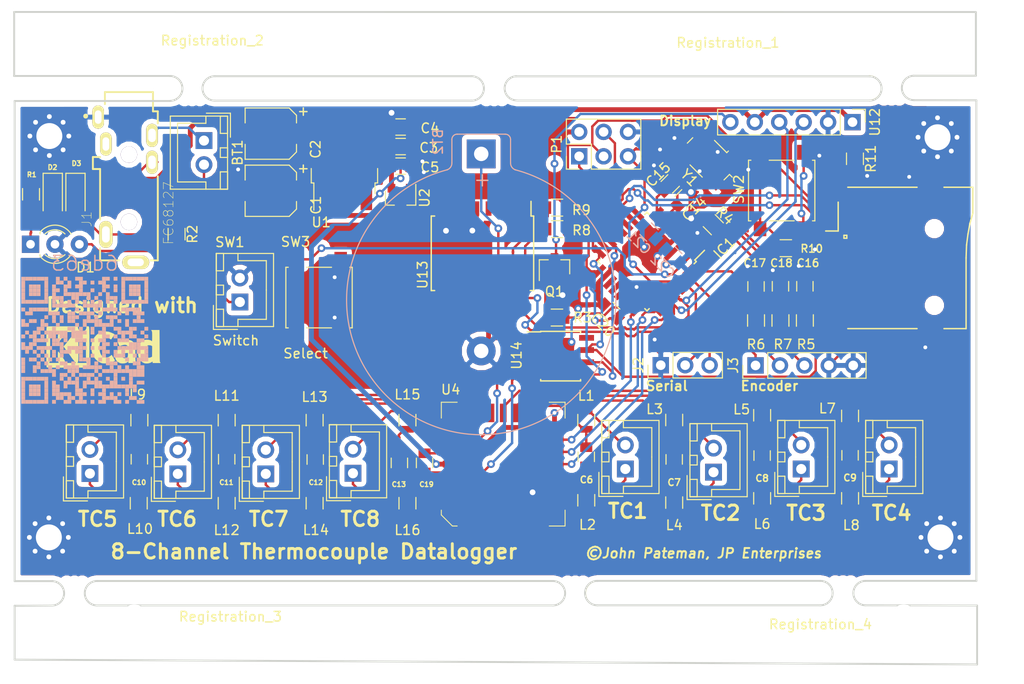
<source format=kicad_pcb>
(kicad_pcb (version 20171130) (host pcbnew "(5.0-dev-4122-gf60c251)")
  (title_block (title "8-Channel Thermocouple Logger") (date 2017-09-06) (rev fc8d01) (company "JP Enterprises"))
  (layers (0 F.Cu signal) (31 B.Cu signal) (34 B.Paste user) (35 F.Paste user) (36 B.SilkS user) (37 F.SilkS user) (38 B.Mask user) (39 F.Mask user) (44 Edge.Cuts user))
  (net 0 "")
  (net 1 "Net-(BT2-Pad1)")
  (net 2 GND)
  (net 3 5V0)
  (net 4 "/Thermocouple connectors/SB1")
  (net 5 "/Thermocouple connectors/SA1")
  (net 6 "/Thermocouple connectors/SA2")
  (net 7 "/Thermocouple connectors/SB2")
  (net 8 "/Thermocouple connectors/SB3")
  (net 9 "/Thermocouple connectors/SA3")
  (net 10 "/Thermocouple connectors/SB4")
  (net 11 "/Thermocouple connectors/SA4")
  (net 12 "/Thermocouple connectors/SB5")
  (net 13 "/Thermocouple connectors/SA5")
  (net 14 "/Thermocouple connectors/SB6")
  (net 15 "/Thermocouple connectors/SA6")
  (net 16 "/Thermocouple connectors/SA7")
  (net 17 "/Thermocouple connectors/SB7")
  (net 18 "/Thermocouple connectors/SA8")
  (net 19 "/Thermocouple connectors/SB8")
  (net 20 3V3)
  (net 21 ENC_SW)
  (net 22 ENC_A)
  (net 23 ENC_B/SW1)
  (net 24 DB_MUX)
  (net 25 DA_MUX)
  (net 26 9V0)
  (net 27 MISO)
  (net 28 SCK)
  (net 29 MOSI)
  (net 30 "Net-(D1-Pad3)")
  (net 31 "Net-(D1-Pad1)")
  (net 32 "Net-(L1-Pad2)")
  (net 33 "Net-(L2-Pad1)")
  (net 34 "Net-(L3-Pad2)")
  (net 35 "Net-(L4-Pad1)")
  (net 36 "Net-(L5-Pad2)")
  (net 37 "Net-(L6-Pad1)")
  (net 38 "Net-(L7-Pad2)")
  (net 39 "Net-(L8-Pad1)")
  (net 40 "Net-(L9-Pad2)")
  (net 41 "Net-(L10-Pad1)")
  (net 42 "Net-(L11-Pad2)")
  (net 43 "Net-(L12-Pad1)")
  (net 44 "Net-(L13-Pad2)")
  (net 45 "Net-(L14-Pad1)")
  (net 46 "Net-(L15-Pad2)")
  (net 47 "Net-(L16-Pad1)")
  (net 48 SCL)
  (net 49 SDA)
  (net 50 "Net-(Q1-Pad3)")
  (net 51 "Net-(D2-Pad2)")
  (net 52 "Net-(D3-Pad2)")
  (net 53 SS0)
  (net 54 Tx)
  (net 55 Rx)
  (net 56 B_LIGHT)
  (net 57 SLCT0)
  (net 58 SLCT1)
  (net 59 SLCT2)
  (net 60 "Net-(BT1-Pad2)")
  (net 61 "Net-(BT1-Pad1)")
  (net 62 "Net-(C14-Pad2)")
  (net 63 "Net-(C15-Pad2)")
  (net 64 RESET)
  (net 65 SS1)
  (net 66 "Net-(J3-Pad3)")
  (net 67 "Net-(J3-Pad2)")
  (net 68 "Net-(J3-Pad1)")
  (net 69 "Net-(R11-Pad1)")
  (net 70 "Net-(CON1-Pad8)")
  (net 71 "Net-(CON1-Pad9)")
  (net 72 "Net-(IC1-Pad22)")
  (net 73 "Net-(IC1-Pad20)")
  (net 74 "Net-(IC1-Pad19)")
  (net 75 "Net-(IC1-Pad13)")
  (net 76 "Net-(IC1-Pad11)")
  (net 77 "Net-(IC1-Pad10)")
  (net 78 "Net-(IC1-Pad9)")
  (net 79 "Net-(J1-Pad5)")
  (net 80 "Net-(J1-Pad6)")
  (net 81 "Net-(Q1-Pad1)")
  (net 82 "Net-(U13-Pad4)")
  (net 83 "Net-(U13-Pad3)")
  (net 84 "Net-(U13-Pad1)")
  (module Resistors_SMD:R_0805 (layer F.Cu) (at 123.97232 79.7052 180)
    (fp_text reference R8 (at -2.54 -0.127 180) (layer F.SilkS))
    (fp_text value 4.7k)
    (pad 2 smd rect (at 0.95 0 180) (size 0.7 1.3) (layers F.Cu F.Paste F.Mask) (net 48 SCL))
    (pad 1 smd rect (at -0.95 0 180) (size 0.7 1.3) (layers F.Cu F.Paste F.Mask) (net 20 3V3))
  )
  (module Diodes_SMD:D_SOD-123 (layer F.Cu) (at 71.5264 76.1492 270)
    (fp_text reference D2 (at -2.8702 0.0254) (layer F.SilkS) (effects (font (size 0.5 0.5) (thickness 0.125))))
    (fp_text value 1N4448W-7-F)
    (pad 2 smd rect (at 1.65 0 270) (size 0.9 1.2) (layers F.Cu F.Paste F.Mask) (net 51 "Net-(D2-Pad2)"))
    (pad 1 smd rect (at -1.65 0 270) (size 0.9 1.2) (layers F.Cu F.Paste F.Mask) (net 26 9V0))
  )
  (module Capacitors_SMD:CP_Elec_5x5.3 (layer F.Cu) (at 94.2 69.75 180)
    (fp_text reference C2 (at -4.658 -1.651 270) (layer F.SilkS))
    (fp_text value 100uF)
    (fp_text user + (at -3.38 2.34 180) (layer F.SilkS))
    (pad 2 smd rect (at 2.2 0) (size 3 1.6) (layers F.Cu F.Paste F.Mask) (net 2 GND))
    (pad 1 smd rect (at -2.2 0) (size 3 1.6) (layers F.Cu F.Paste F.Mask) (net 26 9V0))
  )
  (module TO_SOT_Packages_SMD:SOT-23 (layer F.Cu) (at 123.698 83.65236 90)
    (fp_text reference Q1 (at -2.54 0 -180) (layer F.SilkS))
    (fp_text value MMBT3904LT1G)
    (pad 3 smd rect (at 1 0 90) (size 0.9 0.8) (layers F.Cu F.Paste F.Mask) (net 50 "Net-(Q1-Pad3)"))
    (pad 2 smd rect (at -1 0.95 90) (size 0.9 0.8) (layers F.Cu F.Paste F.Mask) (net 2 GND))
    (pad 1 smd rect (at -1 -0.95 90) (size 0.9 0.8) (layers F.Cu F.Paste F.Mask) (net 81 "Net-(Q1-Pad1)"))
  )
  (module jp_personal:CLIFF_FC68127 (layer F.Cu) (at 79.44866 74.9554)
    (fp_text reference J1 (at -4.38941 3.71373 90) (layer F.SilkS) (effects (font (size 1.00101 1.00101) (thickness 0.05))))
    (fp_text value FC68127 (at 4.1193 3.07822 90) (layer F.SilkS) (effects (font (size 1.00105 1.00105) (thickness 0.05))))
    (pad Hole thru_hole circle (at 0 4) (size 1.7 1.7) (drill 1.7) (layers *.Cu *.Mask))
    (pad Hole thru_hole circle (at 0 -3) (size 1.7 1.7) (drill 1.7) (layers *.Cu *.Mask))
    (pad 5 thru_hole oval (at 0.7 8.2 180) (size 2.8 1.4) (drill oval 1.7 0.8) (layers *.Cu *.Mask F.SilkS) (net 79 "Net-(J1-Pad5)"))
    (pad 3 thru_hole oval (at -2.4 5.3 90) (size 2.8 1.4) (drill oval 1.7 0.8) (layers *.Cu *.Mask F.SilkS) (net 52 "Net-(D3-Pad2)"))
    (pad 2 thru_hole oval (at 2.4 -2.2 90) (size 2.416 1.208) (drill oval 1.4 0.8) (layers *.Cu *.Mask F.SilkS) (net 51 "Net-(D2-Pad2)"))
    (pad 6 thru_hole oval (at -2.4 -4.1 90) (size 2.416 1.208) (drill oval 1.4 0.7) (layers *.Cu *.Mask F.SilkS) (net 80 "Net-(J1-Pad6)"))
    (pad 4 thru_hole oval (at 2.4 -5 90) (size 2.416 1.208) (drill oval 1.4 0.8) (layers *.Cu *.Mask F.SilkS) (net 61 "Net-(BT1-Pad1)"))
    (pad 1 thru_hole oval (at -3.2 -6.9 90) (size 2.416 1.208) (drill oval 1.4 0.7) (layers *.Cu *.Mask F.SilkS) (net 2 GND))
  )
  (module MountingHole:MountingHole_2.7mm_M2.5_Pad_Via (layer F.Cu) (at 71.1708 70.0278)
    (fp_text reference MK1 hide)
    (fp_text value Mounting_Hole)
    (pad 1 thru_hole circle (at 1.431891 -1.431891) (size 0.8 0.8) (drill 0.5) (layers *.Cu *.Mask) (net 2 GND))
    (pad 1 thru_hole circle (at 0 -2.025) (size 0.8 0.8) (drill 0.5) (layers *.Cu *.Mask) (net 2 GND))
    (pad 1 thru_hole circle (at -1.431891 -1.431891) (size 0.8 0.8) (drill 0.5) (layers *.Cu *.Mask) (net 2 GND))
    (pad 1 thru_hole circle (at -2.025 0) (size 0.8 0.8) (drill 0.5) (layers *.Cu *.Mask) (net 2 GND))
    (pad 1 thru_hole circle (at -1.431891 1.431891) (size 0.8 0.8) (drill 0.5) (layers *.Cu *.Mask) (net 2 GND))
    (pad 1 thru_hole circle (at 0 2.025) (size 0.8 0.8) (drill 0.5) (layers *.Cu *.Mask) (net 2 GND))
    (pad 1 thru_hole circle (at 1.431891 1.431891) (size 0.8 0.8) (drill 0.5) (layers *.Cu *.Mask) (net 2 GND))
    (pad 1 thru_hole circle (at 2.025 0) (size 0.8 0.8) (drill 0.5) (layers *.Cu *.Mask) (net 2 GND))
    (pad 1 thru_hole circle (at 0 0) (size 5.4 5.4) (drill 2.7) (layers *.Cu *.Mask) (net 2 GND))
  )
  (module MountingHole:MountingHole_2.7mm_M2.5_Pad_Via (layer F.Cu) (at 163.5252 70.1548)
    (fp_text reference MK2 hide)
    (fp_text value Mounting_Hole)
    (pad 1 thru_hole circle (at 1.431891 -1.431891) (size 0.8 0.8) (drill 0.5) (layers *.Cu *.Mask) (net 2 GND))
    (pad 1 thru_hole circle (at 0 -2.025) (size 0.8 0.8) (drill 0.5) (layers *.Cu *.Mask) (net 2 GND))
    (pad 1 thru_hole circle (at -1.431891 -1.431891) (size 0.8 0.8) (drill 0.5) (layers *.Cu *.Mask) (net 2 GND))
    (pad 1 thru_hole circle (at -2.025 0) (size 0.8 0.8) (drill 0.5) (layers *.Cu *.Mask) (net 2 GND))
    (pad 1 thru_hole circle (at -1.431891 1.431891) (size 0.8 0.8) (drill 0.5) (layers *.Cu *.Mask) (net 2 GND))
    (pad 1 thru_hole circle (at 0 2.025) (size 0.8 0.8) (drill 0.5) (layers *.Cu *.Mask) (net 2 GND))
    (pad 1 thru_hole circle (at 1.431891 1.431891) (size 0.8 0.8) (drill 0.5) (layers *.Cu *.Mask) (net 2 GND))
    (pad 1 thru_hole circle (at 2.025 0) (size 0.8 0.8) (drill 0.5) (layers *.Cu *.Mask) (net 2 GND))
    (pad 1 thru_hole circle (at 0 0) (size 5.4 5.4) (drill 2.7) (layers *.Cu *.Mask) (net 2 GND))
  )
  (module MountingHole:MountingHole_2.7mm_M2.5_Pad_Via (layer B.Cu) (at 71.12 111.76)
    (fp_text reference MK3 hide)
    (fp_text value Mounting_Hole)
    (pad 1 thru_hole circle (at 1.431891 1.431891) (size 0.8 0.8) (drill 0.5) (layers *.Cu *.Mask) (net 2 GND))
    (pad 1 thru_hole circle (at 0 2.025) (size 0.8 0.8) (drill 0.5) (layers *.Cu *.Mask) (net 2 GND))
    (pad 1 thru_hole circle (at -1.431891 1.431891) (size 0.8 0.8) (drill 0.5) (layers *.Cu *.Mask) (net 2 GND))
    (pad 1 thru_hole circle (at -2.025 0) (size 0.8 0.8) (drill 0.5) (layers *.Cu *.Mask) (net 2 GND))
    (pad 1 thru_hole circle (at -1.431891 -1.431891) (size 0.8 0.8) (drill 0.5) (layers *.Cu *.Mask) (net 2 GND))
    (pad 1 thru_hole circle (at 0 -2.025) (size 0.8 0.8) (drill 0.5) (layers *.Cu *.Mask) (net 2 GND))
    (pad 1 thru_hole circle (at 1.431891 -1.431891) (size 0.8 0.8) (drill 0.5) (layers *.Cu *.Mask) (net 2 GND))
    (pad 1 thru_hole circle (at 2.025 0) (size 0.8 0.8) (drill 0.5) (layers *.Cu *.Mask) (net 2 GND))
    (pad 1 thru_hole circle (at 0 0) (size 5.4 5.4) (drill 2.7) (layers *.Cu *.Mask) (net 2 GND))
  )
  (module MountingHole:MountingHole_2.7mm_M2.5_Pad_Via (layer B.Cu) (at 163.83 111.76)
    (fp_text reference MK4 hide)
    (fp_text value Mounting_Hole)
    (pad 1 thru_hole circle (at 1.431891 1.431891) (size 0.8 0.8) (drill 0.5) (layers *.Cu *.Mask) (net 2 GND))
    (pad 1 thru_hole circle (at 0 2.025) (size 0.8 0.8) (drill 0.5) (layers *.Cu *.Mask) (net 2 GND))
    (pad 1 thru_hole circle (at -1.431891 1.431891) (size 0.8 0.8) (drill 0.5) (layers *.Cu *.Mask) (net 2 GND))
    (pad 1 thru_hole circle (at -2.025 0) (size 0.8 0.8) (drill 0.5) (layers *.Cu *.Mask) (net 2 GND))
    (pad 1 thru_hole circle (at -1.431891 -1.431891) (size 0.8 0.8) (drill 0.5) (layers *.Cu *.Mask) (net 2 GND))
    (pad 1 thru_hole circle (at 0 -2.025) (size 0.8 0.8) (drill 0.5) (layers *.Cu *.Mask) (net 2 GND))
    (pad 1 thru_hole circle (at 1.431891 -1.431891) (size 0.8 0.8) (drill 0.5) (layers *.Cu *.Mask) (net 2 GND))
    (pad 1 thru_hole circle (at 2.025 0) (size 0.8 0.8) (drill 0.5) (layers *.Cu *.Mask) (net 2 GND))
    (pad 1 thru_hole circle (at 0 0) (size 5.4 5.4) (drill 2.7) (layers *.Cu *.Mask) (net 2 GND))
  )
  (module Crystals:Crystal_SMD_Abracon_ABM3B-4pin_5.0x3.2mm (layer F.Cu) (at 139.7 72.39 135)
    (fp_text reference Y1 (at 0 -2.8 135) (layer F.SilkS))
    (fp_text value Crystal_8MHz)
    (pad 4 smd rect (at -2 -1.200001 135) (size 1.8 1.2) (layers F.Cu F.Paste F.Mask) (net 2 GND))
    (pad 3 smd rect (at 2 -1.200001 135) (size 1.8 1.2) (layers F.Cu F.Paste F.Mask) (net 63 "Net-(C15-Pad2)"))
    (pad 2 smd rect (at 2 1.200001 135) (size 1.8 1.2) (layers F.Cu F.Paste F.Mask) (net 2 GND))
    (pad 1 smd rect (at -2 1.200001 135) (size 1.8 1.2) (layers F.Cu F.Paste F.Mask) (net 62 "Net-(C14-Pad2)"))
  )
  (module Capacitors_SMD:CP_Elec_5x5.3 (layer F.Cu) (at 94.2 75.692 180)
    (fp_text reference C1 (at -4.699 -1.524 270) (layer F.SilkS))
    (fp_text value 100uF)
    (fp_text user + (at -3.38 2.34 180) (layer F.SilkS))
    (pad 1 smd rect (at -2.2 0) (size 3 1.6) (layers F.Cu F.Paste F.Mask) (net 26 9V0))
    (pad 2 smd rect (at 2.2 0) (size 3 1.6) (layers F.Cu F.Paste F.Mask) (net 2 GND))
  )
  (module Connectors_JST:JST_XH_B02B-XH-A_02x2.50mm_Straight (layer F.Cu) (at 87.25 70.5 270)
    (fp_text reference BT1 (at 1.25 -3.5 270) (layer F.SilkS))
    (fp_text value Battery)
    (pad 1 thru_hole rect (at 0 0 270) (size 1.75 1.75) (drill 1.05) (layers *.Cu *.Mask) (net 61 "Net-(BT1-Pad1)"))
    (pad 2 thru_hole circle (at 2.5 0 270) (size 1.75 1.75) (drill 1.05) (layers *.Cu *.Mask) (net 60 "Net-(BT1-Pad2)"))
  )
  (module LEDs:LED_D3.0mm-3 (layer F.Cu) (at 69.215 81.28)
    (fp_text reference D1 (at 5.715 2.413) (layer F.SilkS))
    (fp_text value LED_Dual_ACA)
    (pad 3 thru_hole circle (at 5.08 0) (size 1.8 1.8) (drill 0.9) (layers *.Cu *.Mask) (net 30 "Net-(D1-Pad3)"))
    (pad 2 thru_hole circle (at 2.54 0) (size 1.8 1.8) (drill 0.9) (layers *.Cu *.Mask) (net 2 GND))
    (pad 1 thru_hole rect (at 0 0) (size 1.8 1.8) (drill 0.9) (layers *.Cu *.Mask) (net 31 "Net-(D1-Pad1)"))
  )
  (module Mouse_Bites:mouse-bite-2.54mm-slot (layer F.Cu) (at 158.75 65.024)
    (fp_text reference mouse-bite-2.54mm-slot hide)
    (fp_text value VAL** hide)
    (pad "" np_thru_hole circle (at 0.8 1.1) (size 0.5 0.5) (drill 0.5) (layers *.Cu *.Mask))
    (pad "" np_thru_hole circle (at -0.8 1.1) (size 0.5 0.5) (drill 0.5) (layers *.Cu *.Mask))
    (pad "" np_thru_hole circle (at -0.8 -1.1) (size 0.5 0.5) (drill 0.5) (layers *.Cu *.Mask))
    (pad "" np_thru_hole circle (at 0.8 -1.1) (size 0.5 0.5) (drill 0.5) (layers *.Cu *.Mask))
    (pad "" np_thru_hole circle (at 0 1.1) (size 0.5 0.5) (drill 0.5) (layers *.Cu *.Mask))
    (pad "" np_thru_hole circle (at 0 -1.1) (size 0.5 0.5) (drill 0.5) (layers *.Cu *.Mask))
  )
  (module Alignment_Fixtures:Alignment_Hole_2.5mm (layer F.Cu) (at 80 60)
    (fp_text reference Registration_2 (at 8.1126 0.0964) (layer F.SilkS))
    (fp_text value Alignment_Hole_2.5mm)
    (pad "" np_thru_hole circle (at 0 0) (size 2.5 2.5) (drill 2.5) (layers *.Cu *.Paste *.Mask))
  )
  (module Alignment_Fixtures:Alignment_Hole_2.5mm (layer F.Cu) (at 150 60)
    (fp_text reference Registration_1 (at -8.268 0.325) (layer F.SilkS))
    (fp_text value Alignment_Hole_2.5mm)
    (pad "" np_thru_hole circle (at 0 0) (size 2.5 2.5) (drill 2.5) (layers *.Cu *.Paste *.Mask))
  )
  (module Alignment_Fixtures:Alignment_Hole_2.5mm (layer F.Cu) (at 80 120)
    (fp_text reference Registration_3 (at 10 0) (layer F.SilkS))
    (fp_text value Alignment_Hole_2.5mm)
    (pad "" np_thru_hole circle (at 0 0) (size 2.5 2.5) (drill 2.5) (layers *.Cu *.Paste *.Mask))
  )
  (module Mouse_Bites:mouse-bite-2.54mm-slot (layer F.Cu) (at 153.6955 117.5434)
    (fp_text reference mouse-bite-2.54mm-slot hide)
    (fp_text value VAL** hide)
    (pad "" np_thru_hole circle (at 0.8 1.1) (size 0.5 0.5) (drill 0.5) (layers *.Cu *.Mask))
    (pad "" np_thru_hole circle (at -0.8 1.1) (size 0.5 0.5) (drill 0.5) (layers *.Cu *.Mask))
    (pad "" np_thru_hole circle (at -0.8 -1.1) (size 0.5 0.5) (drill 0.5) (layers *.Cu *.Mask))
    (pad "" np_thru_hole circle (at 0.8 -1.1) (size 0.5 0.5) (drill 0.5) (layers *.Cu *.Mask))
    (pad "" np_thru_hole circle (at 0 1.1) (size 0.5 0.5) (drill 0.5) (layers *.Cu *.Mask))
    (pad "" np_thru_hole circle (at 0 -1.1) (size 0.5 0.5) (drill 0.5) (layers *.Cu *.Mask))
  )
  (module Mouse_Bites:mouse-bite-2.54mm-slot (layer F.Cu) (at 73.787 117.5639)
    (fp_text reference mouse-bite-2.54mm-slot hide)
    (fp_text value VAL** hide)
    (pad "" np_thru_hole circle (at 0.8 1.1) (size 0.5 0.5) (drill 0.5) (layers *.Cu *.Mask))
    (pad "" np_thru_hole circle (at -0.8 1.1) (size 0.5 0.5) (drill 0.5) (layers *.Cu *.Mask))
    (pad "" np_thru_hole circle (at -0.8 -1.1) (size 0.5 0.5) (drill 0.5) (layers *.Cu *.Mask))
    (pad "" np_thru_hole circle (at 0.8 -1.1) (size 0.5 0.5) (drill 0.5) (layers *.Cu *.Mask))
    (pad "" np_thru_hole circle (at 0 1.1) (size 0.5 0.5) (drill 0.5) (layers *.Cu *.Mask))
    (pad "" np_thru_hole circle (at 0 -1.1) (size 0.5 0.5) (drill 0.5) (layers *.Cu *.Mask))
  )
  (module Mouse_Bites:mouse-bite-2.54mm-slot (layer F.Cu) (at 125.8697 117.5639)
    (fp_text reference mouse-bite-2.54mm-slot hide)
    (fp_text value VAL** hide)
    (pad "" np_thru_hole circle (at 0.8 1.1) (size 0.5 0.5) (drill 0.5) (layers *.Cu *.Mask))
    (pad "" np_thru_hole circle (at -0.8 1.1) (size 0.5 0.5) (drill 0.5) (layers *.Cu *.Mask))
    (pad "" np_thru_hole circle (at -0.8 -1.1) (size 0.5 0.5) (drill 0.5) (layers *.Cu *.Mask))
    (pad "" np_thru_hole circle (at 0.8 -1.1) (size 0.5 0.5) (drill 0.5) (layers *.Cu *.Mask))
    (pad "" np_thru_hole circle (at 0 1.1) (size 0.5 0.5) (drill 0.5) (layers *.Cu *.Mask))
    (pad "" np_thru_hole circle (at 0 -1.1) (size 0.5 0.5) (drill 0.5) (layers *.Cu *.Mask))
  )
  (module Mouse_Bites:mouse-bite-2.54mm-slot (layer F.Cu) (at 86.0298 65.0748)
    (fp_text reference mouse-bite-2.54mm-slot hide)
    (fp_text value VAL** hide)
    (pad "" np_thru_hole circle (at 0.8 1.1) (size 0.5 0.5) (drill 0.5) (layers *.Cu *.Mask))
    (pad "" np_thru_hole circle (at -0.8 1.1) (size 0.5 0.5) (drill 0.5) (layers *.Cu *.Mask))
    (pad "" np_thru_hole circle (at -0.8 -1.1) (size 0.5 0.5) (drill 0.5) (layers *.Cu *.Mask))
    (pad "" np_thru_hole circle (at 0.8 -1.1) (size 0.5 0.5) (drill 0.5) (layers *.Cu *.Mask))
    (pad "" np_thru_hole circle (at 0 1.1) (size 0.5 0.5) (drill 0.5) (layers *.Cu *.Mask))
    (pad "" np_thru_hole circle (at 0 -1.1) (size 0.5 0.5) (drill 0.5) (layers *.Cu *.Mask))
  )
  (module Mouse_Bites:mouse-bite-2.54mm-slot (layer F.Cu) (at 117.4242 65.0748)
    (fp_text reference mouse-bite-2.54mm-slot hide)
    (fp_text value VAL** hide)
    (pad "" np_thru_hole circle (at 0.8 1.1) (size 0.5 0.5) (drill 0.5) (layers *.Cu *.Mask))
    (pad "" np_thru_hole circle (at -0.8 1.1) (size 0.5 0.5) (drill 0.5) (layers *.Cu *.Mask))
    (pad "" np_thru_hole circle (at -0.8 -1.1) (size 0.5 0.5) (drill 0.5) (layers *.Cu *.Mask))
    (pad "" np_thru_hole circle (at 0.8 -1.1) (size 0.5 0.5) (drill 0.5) (layers *.Cu *.Mask))
    (pad "" np_thru_hole circle (at 0 1.1) (size 0.5 0.5) (drill 0.5) (layers *.Cu *.Mask))
    (pad "" np_thru_hole circle (at 0 -1.1) (size 0.5 0.5) (drill 0.5) (layers *.Cu *.Mask))
  )
  (module Alignment_Fixtures:Alignment_Hole_2.5mm (layer F.Cu) (at 160 120)
    (fp_text reference Registration_4 (at -8.65 0.8) (layer F.SilkS))
    (fp_text value Alignment_Hole_2.5mm)
    (pad "" np_thru_hole circle (at 0 0) (size 2.5 2.5) (drill 2.5) (layers *.Cu *.Paste *.Mask))
  )
  (module 6de63 (layer F.Cu) (at 74.8538 91.2622)
    (fp_text reference QR***** hide)
    (fp_text value 6de63 (at 0 -8) (layer B.SilkS) (effects (font (size 1.524 1.524)) (justify mirror)))
  )
  (module Symbols:Symbol_KiCAD-Logo_CopperAndSilkScreenTop (layer F.Cu) (at 76.7842 91.7702)
    (fp_text reference REF** hide)
    (fp_text value "KiCAD Logo" hide)
  )
  (module Buttons_Switches_SMD:SW_SPST_B3S-1000 (layer F.Cu) (at 147.32 75.692 90)
    (fp_text reference SW2 (at 0.127 -4.445 90) (layer F.SilkS))
    (fp_text value SW_PUSH)
    (pad 2 smd rect (at 3.975 2.25 90) (size 1.55 1.3) (layers F.Cu F.Paste F.Mask) (net 69 "Net-(R11-Pad1)"))
    (pad 2 smd rect (at -3.975 2.25 90) (size 1.55 1.3) (layers F.Cu F.Paste F.Mask) (net 69 "Net-(R11-Pad1)"))
    (pad 1 smd rect (at 3.975 -2.25 90) (size 1.55 1.3) (layers F.Cu F.Paste F.Mask) (net 64 RESET))
    (pad 1 smd rect (at -3.975 -2.25 90) (size 1.55 1.3) (layers F.Cu F.Paste F.Mask) (net 64 RESET))
  )
  (module Housings_QFP:TQFP-32_7x7mm_Pitch0.8mm (layer F.Cu) (at 133.316973 83.076363 225)
    (fp_text reference IC1 (at -6.681728 -4.680102 225) (layer F.SilkS))
    (fp_text value ATMEGA328-P)
    (pad 32 smd rect (at -2.8 -4.25 315) (size 1.6 0.55) (layers F.Cu F.Paste F.Mask) (net 22 ENC_A))
    (pad 31 smd rect (at -2 -4.25 315) (size 1.6 0.55) (layers F.Cu F.Paste F.Mask) (net 54 Tx))
    (pad 30 smd rect (at -1.2 -4.25 315) (size 1.6 0.55) (layers F.Cu F.Paste F.Mask) (net 55 Rx))
    (pad 29 smd rect (at -0.4 -4.25 315) (size 1.6 0.55) (layers F.Cu F.Paste F.Mask) (net 64 RESET))
    (pad 28 smd rect (at 0.4 -4.25 315) (size 1.6 0.55) (layers F.Cu F.Paste F.Mask) (net 48 SCL))
    (pad 27 smd rect (at 1.2 -4.25 315) (size 1.6 0.55) (layers F.Cu F.Paste F.Mask) (net 49 SDA))
    (pad 26 smd rect (at 2 -4.25 315) (size 1.6 0.55) (layers F.Cu F.Paste F.Mask) (net 59 SLCT2))
    (pad 25 smd rect (at 2.8 -4.25 315) (size 1.6 0.55) (layers F.Cu F.Paste F.Mask) (net 58 SLCT1))
    (pad 24 smd rect (at 4.25 -2.8 225) (size 1.6 0.55) (layers F.Cu F.Paste F.Mask) (net 57 SLCT0))
    (pad 23 smd rect (at 4.25 -2 225) (size 1.6 0.55) (layers F.Cu F.Paste F.Mask) (net 56 B_LIGHT))
    (pad 22 smd rect (at 4.25 -1.2 225) (size 1.6 0.55) (layers F.Cu F.Paste F.Mask) (net 72 "Net-(IC1-Pad22)"))
    (pad 21 smd rect (at 4.25 -0.4 225) (size 1.6 0.55) (layers F.Cu F.Paste F.Mask) (net 2 GND))
    (pad 20 smd rect (at 4.25 0.4 225) (size 1.6 0.55) (layers F.Cu F.Paste F.Mask) (net 73 "Net-(IC1-Pad20)"))
    (pad 19 smd rect (at 4.25 1.2 225) (size 1.6 0.55) (layers F.Cu F.Paste F.Mask) (net 74 "Net-(IC1-Pad19)"))
    (pad 18 smd rect (at 4.25 2 225) (size 1.6 0.55) (layers F.Cu F.Paste F.Mask) (net 20 3V3))
    (pad 17 smd rect (at 4.25 2.8 225) (size 1.6 0.55) (layers F.Cu F.Paste F.Mask) (net 28 SCK))
    (pad 16 smd rect (at 2.8 4.25 315) (size 1.6 0.55) (layers F.Cu F.Paste F.Mask) (net 27 MISO))
    (pad 15 smd rect (at 2 4.25 315) (size 1.6 0.55) (layers F.Cu F.Paste F.Mask) (net 29 MOSI))
    (pad 14 smd rect (at 1.2 4.25 315) (size 1.6 0.55) (layers F.Cu F.Paste F.Mask) (net 65 SS1))
    (pad 13 smd rect (at 0.4 4.25 315) (size 1.6 0.55) (layers F.Cu F.Paste F.Mask) (net 75 "Net-(IC1-Pad13)"))
    (pad 12 smd rect (at -0.4 4.25 315) (size 1.6 0.55) (layers F.Cu F.Paste F.Mask) (net 53 SS0))
    (pad 11 smd rect (at -1.2 4.25 315) (size 1.6 0.55) (layers F.Cu F.Paste F.Mask) (net 76 "Net-(IC1-Pad11)"))
    (pad 10 smd rect (at -2 4.25 315) (size 1.6 0.55) (layers F.Cu F.Paste F.Mask) (net 77 "Net-(IC1-Pad10)"))
    (pad 9 smd rect (at -2.8 4.25 315) (size 1.6 0.55) (layers F.Cu F.Paste F.Mask) (net 78 "Net-(IC1-Pad9)"))
    (pad 8 smd rect (at -4.25 2.8 225) (size 1.6 0.55) (layers F.Cu F.Paste F.Mask) (net 63 "Net-(C15-Pad2)"))
    (pad 7 smd rect (at -4.25 2 225) (size 1.6 0.55) (layers F.Cu F.Paste F.Mask) (net 62 "Net-(C14-Pad2)"))
    (pad 6 smd rect (at -4.25 1.2 225) (size 1.6 0.55) (layers F.Cu F.Paste F.Mask) (net 20 3V3))
    (pad 5 smd rect (at -4.25 0.4 225) (size 1.6 0.55) (layers F.Cu F.Paste F.Mask) (net 2 GND))
    (pad 4 smd rect (at -4.25 -0.4 225) (size 1.6 0.55) (layers F.Cu F.Paste F.Mask) (net 20 3V3))
    (pad 3 smd rect (at -4.25 -1.2 225) (size 1.6 0.55) (layers F.Cu F.Paste F.Mask) (net 2 GND))
    (pad 2 smd rect (at -4.25 -2 225) (size 1.6 0.55) (layers F.Cu F.Paste F.Mask) (net 21 ENC_SW))
    (pad 1 smd rect (at -4.25 -2.8 225) (size 1.6 0.55) (layers F.Cu F.Paste F.Mask) (net 23 ENC_B/SW1))
  )
  (module jp_personal:Conn_uSDcard (layer F.Cu) (at 163.195 82.7 90)
    (fp_text reference CON1)
    (fp_text value SD_Card)
    (pad 3 smd rect (at 0 -10.5 90) (size 0.7 1.6) (layers F.Cu F.Paste F.Mask) (net 2 GND))
    (pad "" np_thru_hole circle (at -4.93 0 90) (size 1 1) (drill 1) (layers *.Cu))
    (pad "" np_thru_hole circle (at 3.05 0 90) (size 1 1) (drill 1) (layers *.Cu))
    (pad 2 smd rect (at 1.1 -10.5 90) (size 0.7 1.6) (layers F.Cu F.Paste F.Mask) (net 29 MOSI))
    (pad 1 smd rect (at 2.2 -10.5 90) (size 0.7 1.6) (layers F.Cu F.Paste F.Mask) (net 53 SS0))
    (pad 4 smd rect (at -1.1 -10.5 90) (size 0.7 1.6) (layers F.Cu F.Paste F.Mask) (net 20 3V3))
    (pad 5 smd rect (at -2.2 -10.5 90) (size 0.7 1.6) (layers F.Cu F.Paste F.Mask) (net 28 SCK))
    (pad 6 smd rect (at -3.3 -10.5 90) (size 0.7 1.6) (layers F.Cu F.Paste F.Mask) (net 2 GND))
    (pad 8 smd rect (at -5.5 -10.5 90) (size 0.7 1.6) (layers F.Cu F.Paste F.Mask) (net 70 "Net-(CON1-Pad8)"))
    (pad 7 smd rect (at -4.4 -10.5 90) (size 0.7 1.6) (layers F.Cu F.Paste F.Mask) (net 27 MISO))
    (pad 9 smd rect (at -6.6 -10.5 90) (size 0.7 1.6) (layers F.Cu F.Paste F.Mask) (net 71 "Net-(CON1-Pad9)"))
    (pad 6 smd rect (at -7.75 -10 90) (size 1.2 1.4) (layers F.Cu F.Paste F.Mask) (net 2 GND))
    (pad 6 smd rect (at 6.85 -10 90) (size 1.6 1.4) (layers F.Cu F.Paste F.Mask) (net 2 GND))
    (pad 6 smd rect (at -7.75 -0.4 90) (size 1.2 2.2) (layers F.Cu F.Paste F.Mask) (net 2 GND))
    (pad 6 smd rect (at 7.75 -0.4 90) (size 1.2 2.2) (layers F.Cu F.Paste F.Mask) (net 2 GND))
  )
  (module Connectors_JST:JST_XH_B02B-XH-A_02x2.50mm_Straight (layer F.Cu) (at 90.9828 87.2852 90)
    (fp_text reference SW1 (at 6.223 -1.0414 180) (layer F.SilkS))
    (fp_text value SW_SPST)
    (pad 2 thru_hole circle (at 2.5 0 90) (size 1.75 1.75) (drill 1.05) (layers *.Cu *.Mask) (net 2 GND))
    (pad 1 thru_hole rect (at 0 0 90) (size 1.75 1.75) (drill 1.05) (layers *.Cu *.Mask) (net 60 "Net-(BT1-Pad2)"))
  )
  (module Pin_Headers:Pin_Header_Straight_2x03_Pitch2.54mm (layer F.Cu) (at 126.2634 72.136 90)
    (fp_text reference P1 (at 1.27 -2.33 90) (layer F.SilkS))
    (fp_text value CONN_02X03)
    (pad 6 thru_hole oval (at 2.54 5.08 90) (size 1.7 1.7) (drill 1) (layers *.Cu *.Mask) (net 2 GND))
    (pad 5 thru_hole oval (at 0 5.08 90) (size 1.7 1.7) (drill 1) (layers *.Cu *.Mask) (net 64 RESET))
    (pad 4 thru_hole oval (at 2.54 2.54 90) (size 1.7 1.7) (drill 1) (layers *.Cu *.Mask) (net 29 MOSI))
    (pad 3 thru_hole oval (at 0 2.54 90) (size 1.7 1.7) (drill 1) (layers *.Cu *.Mask) (net 28 SCK))
    (pad 2 thru_hole oval (at 2.54 0 90) (size 1.7 1.7) (drill 1) (layers *.Cu *.Mask) (net 20 3V3))
    (pad 1 thru_hole rect (at 0 0 90) (size 1.7 1.7) (drill 1) (layers *.Cu *.Mask) (net 27 MISO))
  )
  (module Battery_Holders:Keystone_106_1x20mm-CoinCell (layer B.Cu) (at 116.078 71.882 270)
    (fp_text reference BT2 (at -1.25 4.5 270) (layer B.SilkS) (effects (justify mirror)))
    (fp_text value "3V [CR2032]")
    (fp_text user + (at 2.75 0 270) (layer B.SilkS) (effects (font (size 1.5 1.5)) (justify mirror)))
    (pad 1 thru_hole rect (at 0 0 270) (size 3 3) (drill 1.5) (layers *.Cu *.Mask) (net 1 "Net-(BT2-Pad1)"))
    (pad 2 thru_hole circle (at 20.49 0 270) (size 3 3) (drill 1.5) (layers *.Cu *.Mask) (net 2 GND))
  )
  (module Capacitors_SMD:C_0805 (layer F.Cu) (at 137.177773 76.548563 225)
    (fp_text reference C14 (at 0 -1.5 225) (layer F.SilkS))
    (fp_text value 10nF)
    (pad 1 smd rect (at -1 0 225) (size 1 1.25) (layers F.Cu F.Paste F.Mask) (net 2 GND))
    (pad 2 smd rect (at 1 0 225) (size 1 1.25) (layers F.Cu F.Paste F.Mask) (net 62 "Net-(C14-Pad2)"))
  )
  (module Capacitors_SMD:C_0805 (layer F.Cu) (at 135.729973 74.999163 225)
    (fp_text reference C15 (at 0.197148 1.552196 225) (layer F.SilkS))
    (fp_text value 10nF)
    (pad 2 smd rect (at 1 0 225) (size 1 1.25) (layers F.Cu F.Paste F.Mask) (net 63 "Net-(C15-Pad2)"))
    (pad 1 smd rect (at -1 0 225) (size 1 1.25) (layers F.Cu F.Paste F.Mask) (net 2 GND))
  )
  (module Housings_SOIC:SOIC-16W_7.5x10.3mm_Pitch1.27mm (layer F.Cu) (at 116.205 82.218 270)
    (fp_text reference U13 (at 2.237 6.223 270) (layer F.SilkS))
    (fp_text value DS3231)
    (pad 16 smd rect (at 4.65 -4.445 270) (size 1.5 0.6) (layers F.Cu F.Paste F.Mask) (net 48 SCL))
    (pad 15 smd rect (at 4.65 -3.175 270) (size 1.5 0.6) (layers F.Cu F.Paste F.Mask) (net 49 SDA))
    (pad 14 smd rect (at 4.65 -1.905 270) (size 1.5 0.6) (layers F.Cu F.Paste F.Mask) (net 1 "Net-(BT2-Pad1)"))
    (pad 13 smd rect (at 4.65 -0.635 270) (size 1.5 0.6) (layers F.Cu F.Paste F.Mask) (net 2 GND))
    (pad 12 smd rect (at 4.65 0.635 270) (size 1.5 0.6) (layers F.Cu F.Paste F.Mask) (net 2 GND))
    (pad 11 smd rect (at 4.65 1.905 270) (size 1.5 0.6) (layers F.Cu F.Paste F.Mask) (net 2 GND))
    (pad 10 smd rect (at 4.65 3.175 270) (size 1.5 0.6) (layers F.Cu F.Paste F.Mask) (net 2 GND))
    (pad 9 smd rect (at 4.65 4.445 270) (size 1.5 0.6) (layers F.Cu F.Paste F.Mask) (net 2 GND))
    (pad 8 smd rect (at -4.65 4.445 270) (size 1.5 0.6) (layers F.Cu F.Paste F.Mask) (net 2 GND))
    (pad 7 smd rect (at -4.65 3.175 270) (size 1.5 0.6) (layers F.Cu F.Paste F.Mask) (net 2 GND))
    (pad 6 smd rect (at -4.65 1.905 270) (size 1.5 0.6) (layers F.Cu F.Paste F.Mask) (net 2 GND))
    (pad 5 smd rect (at -4.65 0.635 270) (size 1.5 0.6) (layers F.Cu F.Paste F.Mask) (net 2 GND))
    (pad 4 smd rect (at -4.65 -0.635 270) (size 1.5 0.6) (layers F.Cu F.Paste F.Mask) (net 82 "Net-(U13-Pad4)"))
    (pad 3 smd rect (at -4.65 -1.905 270) (size 1.5 0.6) (layers F.Cu F.Paste F.Mask) (net 83 "Net-(U13-Pad3)"))
    (pad 2 smd rect (at -4.65 -3.175 270) (size 1.5 0.6) (layers F.Cu F.Paste F.Mask) (net 20 3V3))
    (pad 1 smd rect (at -4.65 -4.445 270) (size 1.5 0.6) (layers F.Cu F.Paste F.Mask) (net 84 "Net-(U13-Pad1)"))
  )
  (module Capacitors_SMD:C_0805 (layer F.Cu) (at 149.733 85.6488 90)
    (fp_text reference C16 (at 2.413 0.3302 180) (layer F.SilkS) (effects (font (size 0.8 0.8))))
    (fp_text value 100nF)
    (pad 2 smd rect (at 1 0 90) (size 1 1.25) (layers F.Cu F.Paste F.Mask) (net 2 GND))
    (pad 1 smd rect (at -1 0 90) (size 1 1.25) (layers F.Cu F.Paste F.Mask) (net 21 ENC_SW))
  )
  (module Capacitors_SMD:C_0805 (layer F.Cu) (at 144.653 85.6648 90)
    (fp_text reference C17 (at 2.429 -0.127 180) (layer F.SilkS) (effects (font (size 0.8 0.8))))
    (fp_text value 100nF)
    (pad 1 smd rect (at -1 0 90) (size 1 1.25) (layers F.Cu F.Paste F.Mask) (net 22 ENC_A))
    (pad 2 smd rect (at 1 0 90) (size 1 1.25) (layers F.Cu F.Paste F.Mask) (net 2 GND))
  )
  (module Resistors_SMD:R_0805 (layer F.Cu) (at 149.733 89.2048 90)
    (fp_text reference R5 (at -2.4892 0.127 180) (layer F.SilkS))
    (fp_text value 22k)
    (pad 2 smd rect (at 0.95 0 90) (size 0.7 1.3) (layers F.Cu F.Paste F.Mask) (net 21 ENC_SW))
    (pad 1 smd rect (at -0.95 0 90) (size 0.7 1.3) (layers F.Cu F.Paste F.Mask) (net 68 "Net-(J3-Pad1)"))
  )
  (module Resistors_SMD:R_0805 (layer F.Cu) (at 144.653 89.2048 90)
    (fp_text reference R6 (at -2.4892 0 180) (layer F.SilkS))
    (fp_text value 22k)
    (pad 1 smd rect (at -0.95 0 90) (size 0.7 1.3) (layers F.Cu F.Paste F.Mask) (net 67 "Net-(J3-Pad2)"))
    (pad 2 smd rect (at 0.95 0 90) (size 0.7 1.3) (layers F.Cu F.Paste F.Mask) (net 22 ENC_A))
  )
  (module Resistors_SMD:R_0805 (layer F.Cu) (at 147.193 89.2048 90)
    (fp_text reference R7 (at -2.4892 0.254 180) (layer F.SilkS))
    (fp_text value 22k)
    (pad 1 smd rect (at -0.95 0 90) (size 0.7 1.3) (layers F.Cu F.Paste F.Mask) (net 66 "Net-(J3-Pad3)"))
    (pad 2 smd rect (at 0.95 0 90) (size 0.7 1.3) (layers F.Cu F.Paste F.Mask) (net 23 ENC_B/SW1))
  )
  (module Capacitors_SMD:C_0805 (layer F.Cu) (at 147.193 85.6488 90)
    (fp_text reference C18 (at 2.413 0.1016 180) (layer F.SilkS) (effects (font (size 0.8 0.8))))
    (fp_text value 100nF)
    (pad 2 smd rect (at 1 0 90) (size 1 1.25) (layers F.Cu F.Paste F.Mask) (net 2 GND))
    (pad 1 smd rect (at -1 0 90) (size 1 1.25) (layers F.Cu F.Paste F.Mask) (net 23 ENC_B/SW1))
  )
  (module Pin_Headers:Pin_Header_Straight_1x05_Pitch2.54mm (layer F.Cu) (at 144.6022 93.8784 90)
    (fp_text reference J3 (at 0 -2.33 90) (layer F.SilkS))
    (fp_text value CONN_01X05)
    (pad 5 thru_hole oval (at 0 10.16 90) (size 1.7 1.7) (drill 1) (layers *.Cu *.Mask) (net 2 GND))
    (pad 4 thru_hole oval (at 0 7.62 90) (size 1.7 1.7) (drill 1) (layers *.Cu *.Mask) (net 2 GND))
    (pad 3 thru_hole oval (at 0 5.08 90) (size 1.7 1.7) (drill 1) (layers *.Cu *.Mask) (net 66 "Net-(J3-Pad3)"))
    (pad 2 thru_hole oval (at 0 2.54 90) (size 1.7 1.7) (drill 1) (layers *.Cu *.Mask) (net 67 "Net-(J3-Pad2)"))
    (pad 1 thru_hole rect (at 0 0 90) (size 1.7 1.7) (drill 1) (layers *.Cu *.Mask) (net 68 "Net-(J3-Pad1)"))
  )
  (module Inductors_SMD:L_0805 (layer F.Cu) (at 127 107.8992 90)
    (fp_text reference L2 (at -2.54 0.127 180) (layer F.SilkS))
    (fp_text value Ferrite_Bead_Small)
    (pad 2 smd rect (at 0.95 0 90) (size 0.7 1.3) (layers F.Cu F.Paste F.Mask) (net 4 "/Thermocouple connectors/SB1"))
    (pad 1 smd rect (at -0.95 0 90) (size 0.7 1.3) (layers F.Cu F.Paste F.Mask) (net 33 "Net-(L2-Pad1)"))
  )
  (module Inductors_SMD:L_0805 (layer F.Cu) (at 98.7552 108.204 90)
    (fp_text reference L14 (at -2.794 0.127 180) (layer F.SilkS))
    (fp_text value Ferrite_Bead_Small)
    (pad 1 smd rect (at -0.95 0 90) (size 0.7 1.3) (layers F.Cu F.Paste F.Mask) (net 45 "Net-(L14-Pad1)"))
    (pad 2 smd rect (at 0.95 0 90) (size 0.7 1.3) (layers F.Cu F.Paste F.Mask) (net 17 "/Thermocouple connectors/SB7"))
  )
  (module Connectors_JST:JST_XH_B02B-XH-A_02x2.50mm_Straight (layer F.Cu) (at 140.2334 104.9782 90)
    (fp_text reference U5 hide)
    (fp_text value TC_Connector)
    (pad 1 thru_hole rect (at 0 0 90) (size 1.75 1.75) (drill 1.05) (layers *.Cu *.Mask) (net 35 "Net-(L4-Pad1)"))
    (pad 2 thru_hole circle (at 2.5 0 90) (size 1.75 1.75) (drill 1.05) (layers *.Cu *.Mask) (net 34 "Net-(L3-Pad2)"))
  )
  (module Housings_LCC:PLCC-28 (layer F.Cu) (at 118.364 104.14 90)
    (fp_text reference U4 (at 7.747 -5.461 180) (layer F.SilkS))
    (fp_text value ADG407BPZ)
    (pad 25 smd rect (at 5.3225 -3.81 90) (size 1.925 0.7) (layers F.Cu F.Paste F.Mask) (net 16 "/Thermocouple connectors/SA7"))
    (pad 24 smd rect (at 5.3225 -2.54 90) (size 1.925 0.7) (layers F.Cu F.Paste F.Mask) (net 15 "/Thermocouple connectors/SA6"))
    (pad 23 smd rect (at 5.3225 -1.27 90) (size 1.925 0.7) (layers F.Cu F.Paste F.Mask) (net 13 "/Thermocouple connectors/SA5"))
    (pad 22 smd rect (at 5.3225 0 90) (size 1.925 0.7) (layers F.Cu F.Paste F.Mask) (net 11 "/Thermocouple connectors/SA4"))
    (pad 21 smd rect (at 5.3225 1.27 90) (size 1.925 0.7) (layers F.Cu F.Paste F.Mask) (net 9 "/Thermocouple connectors/SA3"))
    (pad 20 smd rect (at 5.3225 2.54 90) (size 1.925 0.7) (layers F.Cu F.Paste F.Mask) (net 6 "/Thermocouple connectors/SA2"))
    (pad 19 smd rect (at 5.3225 3.81 90) (size 1.925 0.7) (layers F.Cu F.Paste F.Mask) (net 5 "/Thermocouple connectors/SA1"))
    (pad 18 smd rect (at 3.81 5.3225 90) (size 0.7 1.925) (layers F.Cu F.Paste F.Mask) (net 3 5V0))
    (pad 17 smd rect (at 2.54 5.3225 90) (size 0.7 1.925) (layers F.Cu F.Paste F.Mask) (net 57 SLCT0))
    (pad 16 smd rect (at 1.27 5.3225 90) (size 0.7 1.925) (layers F.Cu F.Paste F.Mask) (net 58 SLCT1))
    (pad 15 smd rect (at 0 5.3225 90) (size 0.7 1.925) (layers F.Cu F.Paste F.Mask) (net 59 SLCT2))
    (pad 14 smd rect (at -1.27 5.3225 90) (size 0.7 1.925) (layers F.Cu F.Paste F.Mask))
    (pad 13 smd rect (at -2.54 5.3225 90) (size 0.7 1.925) (layers F.Cu F.Paste F.Mask))
    (pad 12 smd rect (at -3.81 5.3225 90) (size 0.7 1.925) (layers F.Cu F.Paste F.Mask) (net 2 GND))
    (pad 11 smd rect (at -5.3225 3.81 90) (size 1.925 0.7) (layers F.Cu F.Paste F.Mask) (net 4 "/Thermocouple connectors/SB1"))
    (pad 10 smd rect (at -5.3225 2.54 90) (size 1.925 0.7) (layers F.Cu F.Paste F.Mask) (net 7 "/Thermocouple connectors/SB2"))
    (pad 9 smd rect (at -5.3225 1.27 90) (size 1.925 0.7) (layers F.Cu F.Paste F.Mask) (net 8 "/Thermocouple connectors/SB3"))
    (pad 8 smd rect (at -5.3225 0 90) (size 1.925 0.7) (layers F.Cu F.Paste F.Mask) (net 10 "/Thermocouple connectors/SB4"))
    (pad 7 smd rect (at -5.3225 -1.27 90) (size 1.925 0.7) (layers F.Cu F.Paste F.Mask) (net 12 "/Thermocouple connectors/SB5"))
    (pad 6 smd rect (at -5.3225 -2.54 90) (size 1.925 0.7) (layers F.Cu F.Paste F.Mask) (net 14 "/Thermocouple connectors/SB6"))
    (pad 5 smd rect (at -5.3225 -3.81 90) (size 1.925 0.7) (layers F.Cu F.Paste F.Mask) (net 17 "/Thermocouple connectors/SB7"))
    (pad 26 smd rect (at 3.81 -5.3225 90) (size 0.7 1.925) (layers F.Cu F.Paste F.Mask) (net 18 "/Thermocouple connectors/SA8"))
    (pad 27 smd rect (at 2.54 -5.3225 90) (size 0.7 1.925) (layers F.Cu F.Paste F.Mask))
    (pad 28 smd rect (at 1.27 -5.3225 90) (size 0.7 1.925) (layers F.Cu F.Paste F.Mask) (net 25 DA_MUX))
    (pad 4 smd rect (at -3.81 -5.3225 90) (size 0.7 1.925) (layers F.Cu F.Paste F.Mask) (net 19 "/Thermocouple connectors/SB8"))
    (pad 3 smd rect (at -2.54 -5.3225 90) (size 0.7 1.925) (layers F.Cu F.Paste F.Mask))
    (pad 2 smd rect (at -1.27 -5.3225 90) (size 0.7 1.925) (layers F.Cu F.Paste F.Mask) (net 24 DB_MUX))
    (pad 1 smd rect (at 0 -5.3225 90) (size 0.7 1.925) (layers F.Cu F.Paste F.Mask) (net 3 5V0))
  )
  (module Inductors_SMD:L_0805 (layer F.Cu) (at 136.144 99.552 90)
    (fp_text reference L3 (at 1.127 -2.032 180) (layer F.SilkS))
    (fp_text value Ferrite_Bead_Small)
    (pad 1 smd rect (at -0.95 0 90) (size 0.7 1.3) (layers F.Cu F.Paste F.Mask) (net 6 "/Thermocouple connectors/SA2"))
    (pad 2 smd rect (at 0.95 0 90) (size 0.7 1.3) (layers F.Cu F.Paste F.Mask) (net 34 "Net-(L3-Pad2)"))
  )
  (module Capacitors_SMD:C_0805 (layer F.Cu) (at 107.696 71.12 180)
    (fp_text reference C3 (at -2.921 -0.127 180) (layer F.SilkS))
    (fp_text value 100nF)
    (pad 2 smd rect (at 1 0 180) (size 1 1.25) (layers F.Cu F.Paste F.Mask) (net 2 GND))
    (pad 1 smd rect (at -1 0 180) (size 1 1.25) (layers F.Cu F.Paste F.Mask) (net 3 5V0))
  )
  (module Capacitors_SMD:C_0805 (layer F.Cu) (at 107.696 69.088 180)
    (fp_text reference C4 (at -3.048 -0.127 180) (layer F.SilkS))
    (fp_text value 10uF)
    (pad 1 smd rect (at -1 0 180) (size 1 1.25) (layers F.Cu F.Paste F.Mask) (net 3 5V0))
    (pad 2 smd rect (at 1 0 180) (size 1 1.25) (layers F.Cu F.Paste F.Mask) (net 2 GND))
  )
  (module Capacitors_SMD:C_0805 (layer F.Cu) (at 107.696 73.152)
    (fp_text reference C5 (at 3.048 0.127) (layer F.SilkS))
    (fp_text value 1uF)
    (pad 2 smd rect (at 1 0) (size 1 1.25) (layers F.Cu F.Paste F.Mask) (net 2 GND))
    (pad 1 smd rect (at -1 0) (size 1 1.25) (layers F.Cu F.Paste F.Mask) (net 20 3V3))
  )
  (module Capacitors_SMD:C_0805 (layer F.Cu) (at 127 103.378 270)
    (fp_text reference C6 (at 2.3876 -0.0254 180) (layer F.SilkS) (effects (font (size 0.7 0.7))))
    (fp_text value 10nF)
    (pad 2 smd rect (at 1 0 270) (size 1 1.25) (layers F.Cu F.Paste F.Mask) (net 4 "/Thermocouple connectors/SB1"))
    (pad 1 smd rect (at -1 0 270) (size 1 1.25) (layers F.Cu F.Paste F.Mask) (net 5 "/Thermocouple connectors/SA1"))
  )
  (module Capacitors_SMD:C_0805 (layer F.Cu) (at 136.144 103.648 270)
    (fp_text reference C7 (at 2.397 0 180) (layer F.SilkS) (effects (font (size 0.7 0.7))))
    (fp_text value 10nF)
    (pad 2 smd rect (at 1 0 270) (size 1 1.25) (layers F.Cu F.Paste F.Mask) (net 7 "/Thermocouple connectors/SB2"))
    (pad 1 smd rect (at -1 0 270) (size 1 1.25) (layers F.Cu F.Paste F.Mask) (net 6 "/Thermocouple connectors/SA2"))
  )
  (module Capacitors_SMD:C_0805 (layer F.Cu) (at 145.288 103.251 270)
    (fp_text reference C8 (at 2.3622 0 180) (layer F.SilkS) (effects (font (size 0.7 0.7))))
    (fp_text value 10nF)
    (pad 2 smd rect (at 1 0 270) (size 1 1.25) (layers F.Cu F.Paste F.Mask) (net 8 "/Thermocouple connectors/SB3"))
    (pad 1 smd rect (at -1 0 270) (size 1 1.25) (layers F.Cu F.Paste F.Mask) (net 9 "/Thermocouple connectors/SA3"))
  )
  (module Capacitors_SMD:C_0805 (layer F.Cu) (at 154.432 103.2256 270)
    (fp_text reference C9 (at 2.3368 0) (layer F.SilkS) (effects (font (size 0.7 0.7))))
    (fp_text value 10nF)
    (pad 1 smd rect (at -1 0 270) (size 1 1.25) (layers F.Cu F.Paste F.Mask) (net 11 "/Thermocouple connectors/SA4"))
    (pad 2 smd rect (at 1 0 270) (size 1 1.25) (layers F.Cu F.Paste F.Mask) (net 10 "/Thermocouple connectors/SB4"))
  )
  (module Capacitors_SMD:C_0805 (layer F.Cu) (at 80.530428 103.632 270)
    (fp_text reference C10 (at 2.413 0.037828 180) (layer F.SilkS) (effects (font (size 0.5 0.5) (thickness 0.125))))
    (fp_text value 10nF)
    (pad 1 smd rect (at -1 0 270) (size 1 1.25) (layers F.Cu F.Paste F.Mask) (net 13 "/Thermocouple connectors/SA5"))
    (pad 2 smd rect (at 1 0 270) (size 1 1.25) (layers F.Cu F.Paste F.Mask) (net 12 "/Thermocouple connectors/SB5"))
  )
  (module Capacitors_SMD:C_0805 (layer F.Cu) (at 89.6112 103.632 270)
    (fp_text reference C11 (at 2.413 0.0254 180) (layer F.SilkS) (effects (font (size 0.5 0.5) (thickness 0.125))))
    (fp_text value 10nF)
    (pad 1 smd rect (at -1 0 270) (size 1 1.25) (layers F.Cu F.Paste F.Mask) (net 15 "/Thermocouple connectors/SA6"))
    (pad 2 smd rect (at 1 0 270) (size 1 1.25) (layers F.Cu F.Paste F.Mask) (net 14 "/Thermocouple connectors/SB6"))
  )
  (module Capacitors_SMD:C_0805 (layer F.Cu) (at 98.818428 103.65928 270)
    (fp_text reference C12 (at 2.38572 -0.063772 180) (layer F.SilkS) (effects (font (size 0.5 0.5) (thickness 0.125))))
    (fp_text value 10nF)
    (pad 2 smd rect (at 1 0 270) (size 1 1.25) (layers F.Cu F.Paste F.Mask) (net 17 "/Thermocouple connectors/SB7"))
    (pad 1 smd rect (at -1 0 270) (size 1 1.25) (layers F.Cu F.Paste F.Mask) (net 16 "/Thermocouple connectors/SA7"))
  )
  (module Capacitors_SMD:C_0805 (layer F.Cu) (at 107.569 104.013 270)
    (fp_text reference C13 (at 2.2352 0.0508) (layer F.SilkS) (effects (font (size 0.5 0.5) (thickness 0.125))))
    (fp_text value 10nF)
    (pad 1 smd rect (at -1 0 270) (size 1 1.25) (layers F.Cu F.Paste F.Mask) (net 18 "/Thermocouple connectors/SA8"))
    (pad 2 smd rect (at 1 0 270) (size 1 1.25) (layers F.Cu F.Paste F.Mask) (net 19 "/Thermocouple connectors/SB8"))
  )
  (module Inductors_SMD:L_0805 (layer F.Cu) (at 127 99.568 90)
    (fp_text reference L1 (at 2.54 0 180) (layer F.SilkS))
    (fp_text value Ferrite_Bead_Small)
    (pad 1 smd rect (at -0.95 0 90) (size 0.7 1.3) (layers F.Cu F.Paste F.Mask) (net 5 "/Thermocouple connectors/SA1"))
    (pad 2 smd rect (at 0.95 0 90) (size 0.7 1.3) (layers F.Cu F.Paste F.Mask) (net 32 "Net-(L1-Pad2)"))
  )
  (module Inductors_SMD:L_0805 (layer F.Cu) (at 136.144 108.138 90)
    (fp_text reference L4 (at -2.352 0 180) (layer F.SilkS))
    (fp_text value Ferrite_Bead_Small)
    (pad 2 smd rect (at 0.95 0 90) (size 0.7 1.3) (layers F.Cu F.Paste F.Mask) (net 7 "/Thermocouple connectors/SB2"))
    (pad 1 smd rect (at -0.95 0 90) (size 0.7 1.3) (layers F.Cu F.Paste F.Mask) (net 35 "Net-(L4-Pad1)"))
  )
  (module Inductors_SMD:L_0805 (layer F.Cu) (at 145.288 99.06 90)
    (fp_text reference L5 (at 0.6096 -2.1336 180) (layer F.SilkS))
    (fp_text value Ferrite_Bead_Small)
    (pad 2 smd rect (at 0.95 0 90) (size 0.7 1.3) (layers F.Cu F.Paste F.Mask) (net 36 "Net-(L5-Pad2)"))
    (pad 1 smd rect (at -0.95 0 90) (size 0.7 1.3) (layers F.Cu F.Paste F.Mask) (net 9 "/Thermocouple connectors/SA3"))
  )
  (module Inductors_SMD:L_0805 (layer F.Cu) (at 145.288 107.696 90)
    (fp_text reference L6 (at -2.667 0 180) (layer F.SilkS))
    (fp_text value Ferrite_Bead_Small)
    (pad 1 smd rect (at -0.95 0 90) (size 0.7 1.3) (layers F.Cu F.Paste F.Mask) (net 37 "Net-(L6-Pad1)"))
    (pad 2 smd rect (at 0.95 0 90) (size 0.7 1.3) (layers F.Cu F.Paste F.Mask) (net 8 "/Thermocouple connectors/SB3"))
  )
  (module Inductors_SMD:L_0805 (layer F.Cu) (at 154.432 99.126 90)
    (fp_text reference L7 (at 0.7772 -2.3622 180) (layer F.SilkS))
    (fp_text value Ferrite_Bead_Small)
    (pad 2 smd rect (at 0.95 0 90) (size 0.7 1.3) (layers F.Cu F.Paste F.Mask) (net 38 "Net-(L7-Pad2)"))
    (pad 1 smd rect (at -0.95 0 90) (size 0.7 1.3) (layers F.Cu F.Paste F.Mask) (net 11 "/Thermocouple connectors/SA4"))
  )
  (module Inductors_SMD:L_0805 (layer F.Cu) (at 154.432 107.696 90)
    (fp_text reference L8 (at -2.794 0.127 180) (layer F.SilkS))
    (fp_text value Ferrite_Bead_Small)
    (pad 1 smd rect (at -0.95 0 90) (size 0.7 1.3) (layers F.Cu F.Paste F.Mask) (net 39 "Net-(L8-Pad1)"))
    (pad 2 smd rect (at 0.95 0 90) (size 0.7 1.3) (layers F.Cu F.Paste F.Mask) (net 10 "/Thermocouple connectors/SB4"))
  )
  (module Inductors_SMD:L_0805 (layer F.Cu) (at 80.530428 99.568 90)
    (fp_text reference L9 (at 2.667 -0.190228 180) (layer F.SilkS))
    (fp_text value Ferrite_Bead_Small)
    (pad 2 smd rect (at 0.95 0 90) (size 0.7 1.3) (layers F.Cu F.Paste F.Mask) (net 40 "Net-(L9-Pad2)"))
    (pad 1 smd rect (at -0.95 0 90) (size 0.7 1.3) (layers F.Cu F.Paste F.Mask) (net 13 "/Thermocouple connectors/SA5"))
  )
  (module Inductors_SMD:L_0805 (layer F.Cu) (at 80.4672 108.204 90)
    (fp_text reference L10 (at -2.667 0.127 180) (layer F.SilkS))
    (fp_text value Ferrite_Bead_Small)
    (pad 1 smd rect (at -0.95 0 90) (size 0.7 1.3) (layers F.Cu F.Paste F.Mask) (net 41 "Net-(L10-Pad1)"))
    (pad 2 smd rect (at 0.95 0 90) (size 0.7 1.3) (layers F.Cu F.Paste F.Mask) (net 12 "/Thermocouple connectors/SB5"))
  )
  (module Inductors_SMD:L_0805 (layer F.Cu) (at 89.6112 99.568 90)
    (fp_text reference L11 (at 2.54 0 180) (layer F.SilkS))
    (fp_text value Ferrite_Bead_Small)
    (pad 1 smd rect (at -0.95 0 90) (size 0.7 1.3) (layers F.Cu F.Paste F.Mask) (net 15 "/Thermocouple connectors/SA6"))
    (pad 2 smd rect (at 0.95 0 90) (size 0.7 1.3) (layers F.Cu F.Paste F.Mask) (net 42 "Net-(L11-Pad2)"))
  )
  (module Inductors_SMD:L_0805 (layer F.Cu) (at 89.6112 108.204 90)
    (fp_text reference L12 (at -2.794 0 180) (layer F.SilkS))
    (fp_text value Ferrite_Bead_Small)
    (pad 2 smd rect (at 0.95 0 90) (size 0.7 1.3) (layers F.Cu F.Paste F.Mask) (net 14 "/Thermocouple connectors/SB6"))
    (pad 1 smd rect (at -0.95 0 90) (size 0.7 1.3) (layers F.Cu F.Paste F.Mask) (net 43 "Net-(L12-Pad1)"))
  )
  (module Inductors_SMD:L_0805 (layer F.Cu) (at 98.7552 99.568 90)
    (fp_text reference L13 (at 2.413 0 180) (layer F.SilkS))
    (fp_text value Ferrite_Bead_Small)
    (pad 2 smd rect (at 0.95 0 90) (size 0.7 1.3) (layers F.Cu F.Paste F.Mask) (net 44 "Net-(L13-Pad2)"))
    (pad 1 smd rect (at -0.95 0 90) (size 0.7 1.3) (layers F.Cu F.Paste F.Mask) (net 16 "/Thermocouple connectors/SA7"))
  )
  (module Inductors_SMD:L_0805 (layer F.Cu) (at 108.4072 99.568 90)
    (fp_text reference L15 (at 2.667 0 180) (layer F.SilkS))
    (fp_text value Ferrite_Bead_Small)
    (pad 1 smd rect (at -0.95 0 90) (size 0.7 1.3) (layers F.Cu F.Paste F.Mask) (net 18 "/Thermocouple connectors/SA8"))
    (pad 2 smd rect (at 0.95 0 90) (size 0.7 1.3) (layers F.Cu F.Paste F.Mask) (net 46 "Net-(L15-Pad2)"))
  )
  (module Inductors_SMD:L_0805 (layer F.Cu) (at 108.4072 108.204 90)
    (fp_text reference L16 (at -2.794 0 180) (layer F.SilkS))
    (fp_text value Ferrite_Bead_Small)
    (pad 2 smd rect (at 0.95 0 90) (size 0.7 1.3) (layers F.Cu F.Paste F.Mask) (net 19 "/Thermocouple connectors/SB8"))
    (pad 1 smd rect (at -0.95 0 90) (size 0.7 1.3) (layers F.Cu F.Paste F.Mask) (net 47 "Net-(L16-Pad1)"))
  )
  (module Resistors_SMD:R_0805 (layer F.Cu) (at 69.2658 76.0832 270)
    (fp_text reference R1 (at -2.0422 -0.0762) (layer F.SilkS) (effects (font (size 0.5 0.5) (thickness 0.125))))
    (fp_text value 750R)
    (pad 2 smd rect (at 0.95 0 270) (size 0.7 1.3) (layers F.Cu F.Paste F.Mask) (net 31 "Net-(D1-Pad1)"))
    (pad 1 smd rect (at -0.95 0 270) (size 0.7 1.3) (layers F.Cu F.Paste F.Mask) (net 51 "Net-(D2-Pad2)"))
  )
  (module Resistors_SMD:R_0805 (layer F.Cu) (at 84.40166 80.2259 270)
    (fp_text reference R2 (at 0 -1.65 270) (layer F.SilkS))
    (fp_text value 750R)
    (pad 2 smd rect (at 0.95 0 270) (size 0.7 1.3) (layers F.Cu F.Paste F.Mask) (net 30 "Net-(D1-Pad3)"))
    (pad 1 smd rect (at -0.95 0 270) (size 0.7 1.3) (layers F.Cu F.Paste F.Mask) (net 52 "Net-(D3-Pad2)"))
  )
  (module Resistors_SMD:R_0805 (layer F.Cu) (at 123.952 88.9 180)
    (fp_text reference R3 (at -2.667 0 180) (layer F.SilkS))
    (fp_text value 10k)
    (pad 1 smd rect (at -0.95 0 180) (size 0.7 1.3) (layers F.Cu F.Paste F.Mask) (net 56 B_LIGHT))
    (pad 2 smd rect (at 0.95 0 180) (size 0.7 1.3) (layers F.Cu F.Paste F.Mask) (net 81 "Net-(Q1-Pad1)"))
  )
  (module Resistors_SMD:R_0805 (layer F.Cu) (at 140.208 79.248 315)
    (fp_text reference R4 (at 0.188 -1.524 315) (layer F.SilkS))
    (fp_text value 10k)
    (pad 2 smd rect (at 0.949999 0 315) (size 0.7 1.3) (layers F.Cu F.Paste F.Mask) (net 23 ENC_B/SW1))
    (pad 1 smd rect (at -0.949999 0 315) (size 0.7 1.3) (layers F.Cu F.Paste F.Mask) (net 20 3V3))
  )
  (module Connectors_JST:JST_XH_B02B-XH-A_02x2.50mm_Straight (layer F.Cu) (at 149.352 104.648 90)
    (fp_text reference U6 hide)
    (fp_text value TC_Connector)
    (pad 2 thru_hole circle (at 2.5 0 90) (size 1.75 1.75) (drill 1.05) (layers *.Cu *.Mask) (net 36 "Net-(L5-Pad2)"))
    (pad 1 thru_hole rect (at 0 0 90) (size 1.75 1.75) (drill 1.05) (layers *.Cu *.Mask) (net 37 "Net-(L6-Pad1)"))
  )
  (module Connectors_JST:JST_XH_B02B-XH-A_02x2.50mm_Straight (layer F.Cu) (at 158.496 104.648 90)
    (fp_text reference U7 hide)
    (fp_text value TC_Connector)
    (pad 1 thru_hole rect (at 0 0 90) (size 1.75 1.75) (drill 1.05) (layers *.Cu *.Mask) (net 39 "Net-(L8-Pad1)"))
    (pad 2 thru_hole circle (at 2.5 0 90) (size 1.75 1.75) (drill 1.05) (layers *.Cu *.Mask) (net 38 "Net-(L7-Pad2)"))
  )
  (module Connectors_JST:JST_XH_B02B-XH-A_02x2.50mm_Straight (layer F.Cu) (at 75.3872 105.116 90)
    (fp_text reference U8 hide)
    (fp_text value TC_Connector)
    (pad 2 thru_hole circle (at 2.5 0 90) (size 1.75 1.75) (drill 1.05) (layers *.Cu *.Mask) (net 40 "Net-(L9-Pad2)"))
    (pad 1 thru_hole rect (at 0 0 90) (size 1.75 1.75) (drill 1.05) (layers *.Cu *.Mask) (net 41 "Net-(L10-Pad1)"))
  )
  (module Connectors_JST:JST_XH_B02B-XH-A_02x2.50mm_Straight (layer F.Cu) (at 84.5312 105.156 90)
    (fp_text reference U9 hide)
    (fp_text value TC_Connector)
    (pad 1 thru_hole rect (at 0 0 90) (size 1.75 1.75) (drill 1.05) (layers *.Cu *.Mask) (net 43 "Net-(L12-Pad1)"))
    (pad 2 thru_hole circle (at 2.5 0 90) (size 1.75 1.75) (drill 1.05) (layers *.Cu *.Mask) (net 42 "Net-(L11-Pad2)"))
  )
  (module Connectors_JST:JST_XH_B02B-XH-A_02x2.50mm_Straight (layer F.Cu) (at 93.6752 105.156 90)
    (fp_text reference U10 hide)
    (fp_text value TC_Connector)
    (pad 2 thru_hole circle (at 2.5 0 90) (size 1.75 1.75) (drill 1.05) (layers *.Cu *.Mask) (net 44 "Net-(L13-Pad2)"))
    (pad 1 thru_hole rect (at 0 0 90) (size 1.75 1.75) (drill 1.05) (layers *.Cu *.Mask) (net 45 "Net-(L14-Pad1)"))
  )
  (module Connectors_JST:JST_XH_B02B-XH-A_02x2.50mm_Straight (layer F.Cu) (at 102.743 105.0906 90)
    (fp_text reference U11 hide)
    (fp_text value TC_Connector)
    (pad 1 thru_hole rect (at 0 0 90) (size 1.75 1.75) (drill 1.05) (layers *.Cu *.Mask) (net 47 "Net-(L16-Pad1)"))
    (pad 2 thru_hole circle (at 2.5 0 90) (size 1.75 1.75) (drill 1.05) (layers *.Cu *.Mask) (net 46 "Net-(L15-Pad2)"))
  )
  (module Buttons_Switches_SMD:SW_SPST_B3S-1000 (layer F.Cu) (at 99.213417 86.821607 90)
    (fp_text reference SW3 (at 5.795607 -2.439417 180) (layer F.SilkS))
    (fp_text value SW_PUSH)
    (pad 2 smd rect (at 3.975 2.25 90) (size 1.55 1.3) (layers F.Cu F.Paste F.Mask) (net 2 GND))
    (pad 2 smd rect (at -3.975 2.25 90) (size 1.55 1.3) (layers F.Cu F.Paste F.Mask) (net 2 GND))
    (pad 1 smd rect (at 3.975 -2.25 90) (size 1.55 1.3) (layers F.Cu F.Paste F.Mask) (net 23 ENC_B/SW1))
    (pad 1 smd rect (at -3.975 -2.25 90) (size 1.55 1.3) (layers F.Cu F.Paste F.Mask) (net 23 ENC_B/SW1))
  )
  (module Connectors_JST:JST_XH_B02B-XH-A_02x2.50mm_Straight (layer F.Cu) (at 131.064 104.648 90)
    (fp_text reference U3 hide)
    (fp_text value TC_Connector)
    (pad 1 thru_hole rect (at 0 0 90) (size 1.75 1.75) (drill 1.05) (layers *.Cu *.Mask) (net 33 "Net-(L2-Pad1)"))
    (pad 2 thru_hole circle (at 2.5 0 90) (size 1.75 1.75) (drill 1.05) (layers *.Cu *.Mask) (net 32 "Net-(L1-Pad2)"))
  )
  (module Housings_SOIC:SOIC-8_3.9x4.9mm_Pitch1.27mm (layer F.Cu) (at 124.333 92.9132)
    (fp_text reference U14 (at -4.572 -0.0762 90) (layer F.SilkS))
    (fp_text value MAX31855KASA)
    (pad 8 smd rect (at 2.7 -1.905) (size 1.55 0.6) (layers F.Cu F.Paste F.Mask))
    (pad 7 smd rect (at 2.7 -0.635) (size 1.55 0.6) (layers F.Cu F.Paste F.Mask) (net 27 MISO))
    (pad 6 smd rect (at 2.7 0.635) (size 1.55 0.6) (layers F.Cu F.Paste F.Mask) (net 65 SS1))
    (pad 5 smd rect (at 2.7 1.905) (size 1.55 0.6) (layers F.Cu F.Paste F.Mask) (net 28 SCK))
    (pad 4 smd rect (at -2.7 1.905) (size 1.55 0.6) (layers F.Cu F.Paste F.Mask) (net 20 3V3))
    (pad 3 smd rect (at -2.7 0.635) (size 1.55 0.6) (layers F.Cu F.Paste F.Mask) (net 24 DB_MUX))
    (pad 2 smd rect (at -2.7 -0.635) (size 1.55 0.6) (layers F.Cu F.Paste F.Mask) (net 25 DA_MUX))
    (pad 1 smd rect (at -2.7 -1.905) (size 1.55 0.6) (layers F.Cu F.Paste F.Mask) (net 2 GND))
  )
  (module Capacitors_SMD:C_0805 (layer F.Cu) (at 110.1852 104.013 90)
    (fp_text reference C19 (at -2.2352 0.2032 180) (layer F.SilkS) (effects (font (size 0.5 0.5) (thickness 0.125))))
    (fp_text value 10nF)
    (pad 2 smd rect (at 1 0 90) (size 1 1.25) (layers F.Cu F.Paste F.Mask) (net 25 DA_MUX))
    (pad 1 smd rect (at -1 0 90) (size 1 1.25) (layers F.Cu F.Paste F.Mask) (net 24 DB_MUX))
  )
  (module TO_SOT_Packages_SMD:TO-252-2 (layer F.Cu) (at 101.854 72.4326 90)
    (fp_text reference U1 (at -6.5614 -2.413 180) (layer F.SilkS))
    (fp_text value LF50_TO252)
    (pad 2 smd rect (at 0.425 1.525 90) (size 3.05 2.75) (layers F.Cu F.Paste) (net 2 GND))
    (pad 2 smd rect (at 3.775 -1.525 90) (size 3.05 2.75) (layers F.Cu F.Paste) (net 2 GND))
    (pad 2 smd rect (at 0.425 -1.525 90) (size 3.05 2.75) (layers F.Cu F.Paste) (net 2 GND))
    (pad 2 smd rect (at 3.775 1.525 90) (size 3.05 2.75) (layers F.Cu F.Paste) (net 2 GND))
    (pad 2 smd rect (at 2.1 0 90) (size 6.4 5.8) (layers F.Cu F.Mask) (net 2 GND))
    (pad 3 smd rect (at -4.2 2.28 90) (size 2.2 1.2) (layers F.Cu F.Paste F.Mask) (net 3 5V0))
    (pad 1 smd rect (at -4.2 -2.28 90) (size 2.2 1.2) (layers F.Cu F.Paste F.Mask) (net 26 9V0))
  )
  (module TO_SOT_Packages_SMD:SOT-23 (layer F.Cu) (at 107.696 76.454 270)
    (fp_text reference U2 (at 0 -2.5 270) (layer F.SilkS))
    (fp_text value RT9166-33GVL)
    (pad 3 smd rect (at 1 0 270) (size 0.9 0.8) (layers F.Cu F.Paste F.Mask) (net 26 9V0))
    (pad 2 smd rect (at -1 0.95 270) (size 0.9 0.8) (layers F.Cu F.Paste F.Mask) (net 20 3V3))
    (pad 1 smd rect (at -1 -0.95 270) (size 0.9 0.8) (layers F.Cu F.Paste F.Mask) (net 2 GND))
  )
  (module Pin_Headers:Pin_Header_Straight_1x06_Pitch2.54mm (layer F.Cu) (at 154.686 68.58 270)
    (fp_text reference U12 (at 0 -2.33 270) (layer F.SilkS))
    (fp_text value I2C_20x4_DISPLAY)
    (pad 6 thru_hole oval (at 0 12.7 270) (size 1.7 1.7) (drill 1) (layers *.Cu *.Mask) (net 50 "Net-(Q1-Pad3)"))
    (pad 5 thru_hole oval (at 0 10.16 270) (size 1.7 1.7) (drill 1) (layers *.Cu *.Mask) (net 3 5V0))
    (pad 4 thru_hole oval (at 0 7.62 270) (size 1.7 1.7) (drill 1) (layers *.Cu *.Mask) (net 48 SCL))
    (pad 3 thru_hole oval (at 0 5.08 270) (size 1.7 1.7) (drill 1) (layers *.Cu *.Mask) (net 49 SDA))
    (pad 2 thru_hole oval (at 0 2.54 270) (size 1.7 1.7) (drill 1) (layers *.Cu *.Mask) (net 2 GND))
    (pad 1 thru_hole rect (at 0 0 270) (size 1.7 1.7) (drill 1) (layers *.Cu *.Mask) (net 3 5V0))
  )
  (module Resistors_SMD:R_0805 (layer F.Cu) (at 123.952 77.47 180)
    (fp_text reference R9 (at -2.54 -0.254 180) (layer F.SilkS))
    (fp_text value 4.7k)
    (pad 2 smd rect (at 0.95 0 180) (size 0.7 1.3) (layers F.Cu F.Paste F.Mask) (net 49 SDA))
    (pad 1 smd rect (at -0.95 0 180) (size 0.7 1.3) (layers F.Cu F.Paste F.Mask) (net 20 3V3))
  )
  (module Pin_Headers:Pin_Header_Straight_1x03_Pitch2.54mm (layer F.Cu) (at 134.747 93.853 90)
    (fp_text reference J2 (at 0 -2.33 90) (layer F.SilkS))
    (fp_text value CONN_01X03)
    (pad 3 thru_hole oval (at 0 5.08 90) (size 1.7 1.7) (drill 1) (layers *.Cu *.Mask) (net 54 Tx))
    (pad 2 thru_hole oval (at 0 2.54 90) (size 1.7 1.7) (drill 1) (layers *.Cu *.Mask) (net 55 Rx))
    (pad 1 thru_hole rect (at 0 0 90) (size 1.7 1.7) (drill 1) (layers *.Cu *.Mask) (net 2 GND))
  )
  (module Diodes_SMD:D_SOD-123 (layer F.Cu) (at 73.8886 76.1492 270)
    (fp_text reference D3 (at -3.2766 -0.1016) (layer F.SilkS) (effects (font (size 0.5 0.5) (thickness 0.125))))
    (fp_text value 1N4448W-7-F)
    (pad 1 smd rect (at -1.65 0 270) (size 0.9 1.2) (layers F.Cu F.Paste F.Mask) (net 26 9V0))
    (pad 2 smd rect (at 1.65 0 270) (size 0.9 1.2) (layers F.Cu F.Paste F.Mask) (net 52 "Net-(D3-Pad2)"))
  )
  (module Capacitors_SMD:C_0805 (layer F.Cu) (at 129.54 88.265 315)
    (fp_text reference C20 (at 0.413092 1.562565 315) (layer F.SilkS))
    (fp_text value 100nF)
    (pad 2 smd rect (at 1 0 315) (size 1 1.25) (layers F.Cu F.Paste F.Mask) (net 2 GND))
    (pad 1 smd rect (at -1 0 315) (size 1 1.25) (layers F.Cu F.Paste F.Mask) (net 20 3V3))
  )
  (module Capacitors_SMD:C_0805 (layer B.Cu) (at 133.5278 80.01 315)
    (fp_text reference C21 (at 0 1.5 315) (layer B.SilkS) (effects (justify mirror)))
    (fp_text value 100nF)
    (pad 1 smd rect (at -1 0 315) (size 1 1.25) (layers B.Cu B.Paste B.Mask) (net 20 3V3))
    (pad 2 smd rect (at 1 0 315) (size 1 1.25) (layers B.Cu B.Paste B.Mask) (net 2 GND))
  )
  (module Capacitors_SMD:C_0805 (layer B.Cu) (at 135.9916 82.4992 315)
    (fp_text reference C22 (at 0 1.5 315) (layer B.SilkS) (effects (justify mirror)))
    (fp_text value 100nF)
    (pad 2 smd rect (at 1 0 315) (size 1 1.25) (layers B.Cu B.Paste B.Mask) (net 2 GND))
    (pad 1 smd rect (at -1 0 315) (size 1 1.25) (layers B.Cu B.Paste B.Mask) (net 20 3V3))
  )
  (module Resistors_SMD:R_0805 (layer F.Cu) (at 147.7518 81.6864 180)
    (fp_text reference R10 (at -2.6924 -0.0508 180) (layer F.SilkS) (effects (font (size 0.8 0.8))))
    (fp_text value 10k)
    (pad 1 smd rect (at -0.95 0 180) (size 0.7 1.3) (layers F.Cu F.Paste F.Mask) (net 20 3V3))
    (pad 2 smd rect (at 0.95 0 180) (size 0.7 1.3) (layers F.Cu F.Paste F.Mask) (net 64 RESET))
  )
  (module Resistors_SMD:R_0805 (layer F.Cu) (at 154.94 72.39 270)
    (fp_text reference R11 (at 0 -1.65 270) (layer F.SilkS))
    (fp_text value 330R)
    (pad 2 smd rect (at 0.95 0 270) (size 0.7 1.3) (layers F.Cu F.Paste F.Mask) (net 2 GND))
    (pad 1 smd rect (at -0.95 0 270) (size 0.7 1.3) (layers F.Cu F.Paste F.Mask) (net 69 "Net-(R11-Pad1)"))
  )
  (gr_line (start 83.72 66.38) (end 67.57 66.38) (layer Edge.Cuts) (width 0.2))
  (gr_line (start 67.57 124.47) (end 167.64 124.968) (layer Edge.Cuts) (width 0.2))
  (gr_line (start 167.64 124.97) (end 167.64 118.872) (layer Edge.Cuts) (width 0.2))
  (gr_line (start 67.564 118.872) (end 67.564 124.46) (layer Edge.Cuts) (width 0.2))
  (gr_line (start 151.3332 118.8212) (end 128.1684 118.8212) (layer Edge.Cuts) (width 0.2))
  (gr_line (start 156.0703 118.8212) (end 167.64 118.84152) (layer Edge.Cuts) (width 0.2))
  (gr_line (start 156.0195 116.2812) (end 167.5638 116.2812) (layer Edge.Cuts) (width 0.2))
  (gr_line (start 128.168399 116.281201) (end 151.333199 116.281201) (layer Edge.Cuts) (width 0.2))
  (gr_line (start 123.549836 118.833724) (end 76.102636 118.833724) (layer Edge.Cuts) (width 0.2))
  (gr_line (start 76.1111 116.2939) (end 123.5583 116.2939) (layer Edge.Cuts) (width 0.2))
  (gr_line (start 71.501 116.3066) (end 67.564 116.3066) (layer Edge.Cuts) (width 0.2))
  (gr_line (start 71.4629 118.8466) (end 67.56 118.87) (layer Edge.Cuts) (width 0.2))
  (gr_arc (start 71.4375 117.5766) (end 71.462899 118.846599) (angle -176.4175889) (layer Edge.Cuts) (width 0.2))
  (gr_arc (start 76.1238 117.5639) (end 76.1238 116.2939) (angle -179.0451587) (layer Edge.Cuts) (width 0.2))
  (gr_arc (start 123.5329 117.5639) (end 123.5329 118.8339) (angle -178.7811248) (layer Edge.Cuts) (width 0.2))
  (gr_arc (start 128.143 117.5512) (end 128.168399 116.281201) (angle -182.3911271) (layer Edge.Cuts) (width 0.2))
  (gr_arc (start 151.3459 117.5512) (end 151.320501 118.821199) (angle -181.1457628) (layer Edge.Cuts) (width 0.2))
  (gr_arc (start 156.033178 117.551182) (end 156.007779 116.281183) (angle -179.9559433) (layer Edge.Cuts) (width 0.2))
  (gr_arc (start 161.0868 65.024) (end 161.036001 63.754001) (angle -177.70939) (layer Edge.Cuts) (width 0.2))
  (gr_arc (start 115.0874 65.0748) (end 115.036601 66.344799) (angle -184.5812201) (layer Edge.Cuts) (width 0.2))
  (gr_line (start 67.5132 63.7794) (end 67.5132 63.7794) (layer Edge.Cuts) (width 0.2))
  (gr_line (start 83.7184 63.7794) (end 67.5132 63.7794) (layer Edge.Cuts) (width 0.2))
  (gr_line (start 88.3666 66.3448) (end 115.0366 66.3448) (layer Edge.Cuts) (width 0.2))
  (gr_line (start 115.0112 63.8048) (end 88.392 63.8048) (layer Edge.Cuts) (width 0.2))
  (gr_arc (start 83.7184 65.0748) (end 83.7184 66.3702) (angle -180) (layer Edge.Cuts) (width 0.2))
  (gr_arc (start 88.3666 65.0748) (end 88.391999 63.804801) (angle -181.1457628) (layer Edge.Cuts) (width 0.2))
  (gr_line (start 156.4386 66.3321) (end 119.8245 66.3321) (angle 90) (layer Edge.Cuts) (width 0.2))
  (gr_line (start 119.634 63.8175) (end 156.4767 63.8175) (angle 90) (layer Edge.Cuts) (width 0.2))
  (gr_arc (start 119.761 65.0621) (end 119.7864 66.3194) (angle 180) (layer Edge.Cuts) (width 0.2))
  (gr_line (start 161.1 66.3) (end 167.56 66.31) (angle 90) (layer Edge.Cuts) (width 0.2))
  (gr_line (start 167.513 63.754) (end 161.036 63.754) (angle 90) (layer Edge.Cuts) (width 0.2))
  (gr_line (start 167.513 57.15) (end 167.513 63.754) (angle 90) (layer Edge.Cuts) (width 0.2))
  (gr_arc (start 156.4386 65.07988) (end 156.4386 66.3448) (angle -179.5341909) (layer Edge.Cuts) (width 0.2))
  (gr_line (start 67.5132 57.1246) (end 167.5 57.13) (layer Edge.Cuts) (width 0.2))
  (gr_line (start 67.5132 63.7794) (end 67.5132 57.1246) (layer Edge.Cuts) (width 0.2))
  (gr_text "Designed with" (at 78.74 87.63) (layer F.SilkS) (effects (font (size 1.5 1.5) (thickness 0.3))))
  (gr_text "©John Pateman, JP Enterprises" (at 139.192 113.411) (layer F.SilkS) (effects (font (size 1 1) (thickness 0.2) italic)))
  (gr_text TC8 (at 103.505 109.855) (layer F.SilkS) (effects (font (size 1.5 1.5) (thickness 0.3))))
  (gr_text TC7 (at 93.98 109.855) (layer F.SilkS) (effects (font (size 1.5 1.5) (thickness 0.3))))
  (gr_text TC6 (at 84.455 109.855) (layer F.SilkS) (effects (font (size 1.5 1.5) (thickness 0.3))))
  (gr_text TC5 (at 76.2 109.855) (layer F.SilkS) (effects (font (size 1.5 1.5) (thickness 0.3))))
  (gr_text TC4 (at 158.75 109.22) (layer F.SilkS) (effects (font (size 1.5 1.5) (thickness 0.3))))
  (gr_text TC3 (at 149.86 109.22) (layer F.SilkS) (effects (font (size 1.5 1.5) (thickness 0.3))))
  (gr_text TC2 (at 140.97 109.22) (layer F.SilkS) (effects (font (size 1.5 1.5) (thickness 0.3))))
  (gr_text TC1 (at 131.318 109.0168) (layer F.SilkS) (effects (font (size 1.5 1.5) (thickness 0.3))))
  (gr_text "8-Channel Thermocouple Datalogger" (at 98.679 113.2332) (layer F.SilkS) (effects (font (size 1.5 1.5) (thickness 0.3))))
  (gr_text Select (at 97.8154 92.6338) (layer F.SilkS) (effects (font (size 1 1))))
  (gr_text Switch (at 90.5764 91.2876) (layer F.SilkS) (effects (font (size 1 1))))
  (gr_text Display (at 137.287 68.453) (layer F.SilkS) (effects (font (size 1 1) (thickness 0.2))))
  (gr_text Serial (at 135.382 96.012) (layer F.SilkS) (effects (font (size 1 1) (thickness 0.2))))
  (gr_text Encoder (at 146.05 96.012) (layer F.SilkS) (effects (font (size 1 1) (thickness 0.2))))
  (gr_line (start 67.564 116.3066) (end 67.564 66.3829) (layer Edge.Cuts) (width 0.2))
  (gr_line (start 167.5638 116.2812) (end 167.564 66.332) (layer Edge.Cuts) (width 0.2))
  (segment (start 117.856 79.629) (end 117.856 86.614) (width 0.25) (layer F.Cu) (net 1))
  (segment (start 117.856 86.614) (end 118.11 86.868) (width 0.25) (layer F.Cu) (net 1))
  (segment (start 116.078 71.882) (end 116.078 77.851) (width 0.25) (layer B.Cu) (net 1))
  (segment (start 116.078 77.851) (end 117.856 79.629) (width 0.25) (layer B.Cu) (net 1))
  (via (at 117.856 79.629) (size 0.8) (drill 0.4) (layers F.Cu B.Cu) (net 1))
  (segment (start 130.594612 86.36441) (end 131.634021 85.325001) (width 0.5) (layer F.Cu) (net 2))
  (segment (start 131.634021 85.325001) (end 131.832401 85.325001) (width 0.5) (layer F.Cu) (net 2))
  (segment (start 131.832401 85.325001) (end 132.2324 85.725) (width 0.5) (layer F.Cu) (net 2))
  (segment (start 134.234907 80.717107) (end 136.359334 78.59268) (width 0.5) (layer B.Cu) (net 2))
  (segment (start 136.359334 78.59268) (end 137.9093 78.59268) (width 0.5) (layer B.Cu) (net 2))
  (segment (start 136.698707 83.206307) (end 135.487693 83.206307) (width 0.5) (layer B.Cu) (net 2))
  (segment (start 135.487693 83.206307) (end 135.3058 83.3882) (width 0.5) (layer B.Cu) (net 2))
  (segment (start 137.170705 80.919687) (end 135.3058 82.784592) (width 0.5) (layer F.Cu) (net 2))
  (segment (start 135.3058 82.784592) (end 135.3058 83.3882) (width 0.5) (layer F.Cu) (net 2))
  (segment (start 137.202194 78.59268) (end 137.88488 77.909994) (width 0.5) (layer F.Cu) (net 2))
  (segment (start 137.88488 77.909994) (end 137.88488 75.841456) (width 0.5) (layer F.Cu) (net 2))
  (segment (start 138.7856 74.940736) (end 138.7856 74.24638) (width 0.5) (layer F.Cu) (net 2))
  (via (at 138.7856 73.680695) (size 0.8) (drill 0.4) (layers F.Cu B.Cu) (net 2))
  (segment (start 137.88488 75.841456) (end 138.7856 74.940736) (width 0.5) (layer F.Cu) (net 2))
  (segment (start 138.7856 74.24638) (end 138.7856 73.680695) (width 0.5) (layer F.Cu) (net 2))
  (segment (start 137.01776 78.777114) (end 137.202194 78.59268) (width 0.5) (layer F.Cu) (net 2))
  (segment (start 137.170705 80.919687) (end 137.992437 80.097955) (width 0.25) (layer F.Cu) (net 2))
  (via (at 138.556038 80.097955) (size 0.8) (drill 0.4) (layers F.Cu B.Cu) (net 2))
  (segment (start 137.992437 80.097955) (end 138.556038 80.097955) (width 0.25) (layer F.Cu) (net 2))
  (via (at 137.9093 78.59268) (size 1) (drill 0.6) (layers F.Cu B.Cu) (net 2))
  (segment (start 137.202194 78.59268) (end 137.9093 78.59268) (width 0.5) (layer F.Cu) (net 2))
  (segment (start 137.01776 78.62824) (end 137.01776 78.777114) (width 0.5) (layer F.Cu) (net 2))
  (segment (start 137.26668 78.59268) (end 137.16 78.486) (width 0.5) (layer B.Cu) (net 2))
  (segment (start 137.9093 78.59268) (end 137.26668 78.59268) (width 0.5) (layer B.Cu) (net 2))
  (segment (start 138.413194 75.313142) (end 137.88488 75.841456) (width 0.5) (layer F.Cu) (net 2))
  (via (at 137.88488 75.841456) (size 1) (drill 0.6) (layers F.Cu B.Cu) (net 2))
  (segment (start 136.039334 79.788316) (end 137.01776 78.80989) (width 0.5) (layer F.Cu) (net 2))
  (segment (start 137.01776 78.80989) (end 137.01776 78.62824) (width 0.5) (layer F.Cu) (net 2))
  (segment (start 137.01776 78.62824) (end 137.16 78.486) (width 0.25) (layer F.Cu) (net 2))
  (segment (start 121.41962 107.06862) (end 121.27992 106.92892) (width 0.5) (layer B.Cu) (net 2))
  (segment (start 121.27992 106.92892) (end 120.88114 106.92892) (width 0.5) (layer B.Cu) (net 2))
  (segment (start 123.6865 107.95) (end 122.301 107.95) (width 0.5) (layer F.Cu) (net 2))
  (via (at 121.41962 107.06862) (size 1) (drill 0.6) (layers F.Cu B.Cu) (net 2))
  (segment (start 122.301 107.95) (end 121.41962 107.06862) (width 0.5) (layer F.Cu) (net 2))
  (segment (start 124.648 84.65236) (end 124.648 86.45394) (width 0.5) (layer F.Cu) (net 2))
  (segment (start 124.648 86.45394) (end 124.5362 86.56574) (width 0.5) (layer F.Cu) (net 2))
  (via (at 124.5362 86.56574) (size 1) (drill 0.6) (layers F.Cu B.Cu) (net 2))
  (segment (start 106.696 71.12) (end 106.696 69.088) (width 0.5) (layer F.Cu) (net 2))
  (segment (start 111.76 77.568) (end 111.76 79.22006) (width 0.5) (layer F.Cu) (net 2))
  (segment (start 111.76 79.22006) (end 112.41532 79.87538) (width 0.5) (layer F.Cu) (net 2))
  (via (at 112.41532 79.87538) (size 1) (drill 0.6) (layers F.Cu B.Cu) (net 2))
  (segment (start 115.57 77.568) (end 115.57 79.44104) (width 0.5) (layer F.Cu) (net 2))
  (segment (start 115.57 79.44104) (end 115.15344 79.8576) (width 0.5) (layer F.Cu) (net 2))
  (via (at 115.15344 79.8576) (size 1) (drill 0.6) (layers F.Cu B.Cu) (net 2))
  (segment (start 115.57 77.568) (end 111.76 77.568) (width 0.5) (layer F.Cu) (net 2))
  (segment (start 121.633 91.0082) (end 117.4418 91.0082) (width 0.5) (layer F.Cu) (net 2))
  (segment (start 117.4418 91.0082) (end 116.078 92.372) (width 0.5) (layer F.Cu) (net 2))
  (segment (start 116.84 86.868) (end 116.84 91.61) (width 0.5) (layer F.Cu) (net 2))
  (segment (start 116.84 91.61) (end 116.078 92.372) (width 0.5) (layer F.Cu) (net 2))
  (segment (start 101.854 70.3326) (end 105.254 70.3326) (width 0.5) (layer F.Cu) (net 2))
  (via (at 106.75366 67.60972) (size 1) (drill 0.6) (layers F.Cu B.Cu) (net 2))
  (segment (start 105.254 70.3326) (end 106.75366 68.83294) (width 0.5) (layer F.Cu) (net 2))
  (segment (start 106.75366 68.83294) (end 106.75366 67.60972) (width 0.5) (layer F.Cu) (net 2))
  (segment (start 92 69.75) (end 92 72.3) (width 0.5) (layer F.Cu) (net 2))
  (segment (start 92 72.3) (end 90.8 73.5) (width 0.5) (layer F.Cu) (net 2))
  (segment (start 90.8 73.5) (end 90.8 74.492) (width 0.5) (layer F.Cu) (net 2))
  (segment (start 90.8 74.492) (end 92 75.692) (width 0.5) (layer F.Cu) (net 2))
  (segment (start 134.234907 80.717107) (end 136.466014 78.486) (width 0.25) (layer B.Cu) (net 2))
  (segment (start 136.466014 78.486) (end 137.16 78.486) (width 0.25) (layer B.Cu) (net 2))
  (segment (start 126.238 83.058) (end 127.4572 84.3788) (width 0.25) (layer B.Cu) (net 2))
  (segment (start 127.4572 84.3788) (end 127.4572 85.915573) (width 0.25) (layer B.Cu) (net 2))
  (segment (start 127.4572 85.915573) (end 127.897396 86.355769) (width 0.25) (layer B.Cu) (net 2))
  (segment (start 127.897396 86.355769) (end 127.897396 89.208188) (width 0.25) (layer B.Cu) (net 2))
  (segment (start 126.238 83.058) (end 125.6792 82.6008) (width 0.25) (layer B.Cu) (net 2))
  (segment (start 162.283402 67.84) (end 160.07 67.84) (width 0.25) (layer B.Cu) (net 2))
  (segment (start 163.5252 70.1548) (end 162.81831 69.44791) (width 0.25) (layer B.Cu) (net 2))
  (segment (start 162.81831 69.44791) (end 162.81831 68.374908) (width 0.25) (layer B.Cu) (net 2))
  (segment (start 162.81831 68.374908) (end 162.283402 67.84) (width 0.25) (layer B.Cu) (net 2))
  (segment (start 73.9 67.79) (end 73.9 68.223602) (width 0.25) (layer B.Cu) (net 2))
  (segment (start 73.9 68.223602) (end 72.095802 70.0278) (width 0.25) (layer B.Cu) (net 2))
  (segment (start 71.12 111.76) (end 71.745001 111.134999) (width 0.25) (layer B.Cu) (net 2))
  (segment (start 71.745001 111.134999) (end 71.745001 108.794999) (width 0.25) (layer B.Cu) (net 2))
  (segment (start 163.204999 108.495001) (end 163.204999 111.134999) (width 0.25) (layer B.Cu) (net 2))
  (segment (start 163.204999 111.134999) (end 163.83 111.76) (width 0.25) (layer B.Cu) (net 2))
  (segment (start 163.204999 108.495001) (end 163.78 107.92) (width 0.25) (layer B.Cu) (net 2))
  (segment (start 100.329 68.6576) (end 100.329 68.8076) (width 0.25) (layer F.Cu) (net 2))
  (segment (start 100.329 68.8076) (end 101.40399 69.88259) (width 0.25) (layer F.Cu) (net 2))
  (segment (start 101.40399 69.88259) (end 101.40399 70.3326) (width 0.25) (layer F.Cu) (net 2))
  (segment (start 100.329 72.0076) (end 100.329 71.8576) (width 0.25) (layer F.Cu) (net 2))
  (segment (start 100.329 71.8576) (end 101.535795 70.650805) (width 0.25) (layer F.Cu) (net 2))
  (segment (start 103.660001 68.863009) (end 102.30401 70.219) (width 0.25) (layer F.Cu) (net 2))
  (via (at 90.8 73.5) (size 0.8) (drill 0.4) (layers F.Cu B.Cu) (net 2))
  (via (at 143.85 73.52) (size 0.8) (drill 0.4) (layers F.Cu B.Cu) (net 2))
  (via (at 140.6652 71.6788) (size 0.8) (drill 0.4) (layers F.Cu B.Cu) (net 2))
  (via (at 136.1694 70.231) (size 0.8) (drill 0.4) (layers F.Cu B.Cu) (net 2))
  (via (at 134.6708 71.4248) (size 0.8) (drill 0.4) (layers F.Cu B.Cu) (net 2))
  (via (at 134.0358 73.0758) (size 0.8) (drill 0.4) (layers F.Cu B.Cu) (net 2))
  (segment (start 152.695 82.7) (end 151.661 82.7) (width 0.25) (layer F.Cu) (net 2))
  (segment (start 151.661 82.7) (end 150.7744 81.8134) (width 0.25) (layer F.Cu) (net 2))
  (via (at 150.7744 81.8134) (size 0.8) (drill 0.4) (layers F.Cu B.Cu) (net 2))
  (via (at 135.3058 83.3882) (size 0.8) (drill 0.4) (layers F.Cu B.Cu) (net 2))
  (segment (start 137.16 78.858814) (end 137.16 78.486) (width 0.25) (layer B.Cu) (net 2))
  (via (at 127.897396 89.208188) (size 0.8) (drill 0.4) (layers F.Cu B.Cu) (net 2))
  (segment (start 129.203919 89.208188) (end 127.897396 89.208188) (width 0.25) (layer F.Cu) (net 2))
  (segment (start 129.44 88.972107) (end 129.203919 89.208188) (width 0.25) (layer F.Cu) (net 2))
  (segment (start 130.247107 88.972107) (end 129.44 88.972107) (width 0.25) (layer F.Cu) (net 2))
  (via (at 132.2324 85.725) (size 0.8) (drill 0.4) (layers F.Cu B.Cu) (net 2))
  (segment (start 154.94 73.34) (end 155.382 73.34) (width 0.25) (layer F.Cu) (net 2))
  (segment (start 155.382 73.34) (end 156.21 74.168) (width 0.25) (layer F.Cu) (net 2))
  (via (at 156.21 74.168) (size 0.8) (drill 0.4) (layers F.Cu B.Cu) (net 2))
  (segment (start 151.235474 71.733474) (end 151.235474 72.065305) (width 0.25) (layer F.Cu) (net 2))
  (via (at 151.235474 72.065305) (size 0.8) (drill 0.4) (layers F.Cu B.Cu) (net 2))
  (segment (start 151.219 71.717) (end 151.235474 71.733474) (width 0.25) (layer F.Cu) (net 2))
  (segment (start 153.195 74.024831) (end 151.235474 72.065305) (width 0.25) (layer F.Cu) (net 2))
  (segment (start 153.195 75.85) (end 153.195 74.024831) (width 0.25) (layer F.Cu) (net 2))
  (segment (start 134.112 91.186) (end 134.112 92.118) (width 0.25) (layer F.Cu) (net 2))
  (segment (start 134.112 92.118) (end 134.747 92.753) (width 0.25) (layer F.Cu) (net 2))
  (segment (start 134.747 92.753) (end 134.747 93.853) (width 0.25) (layer F.Cu) (net 2))
  (segment (start 160.7646 74.2696) (end 160.5788 74.2696) (width 0.25) (layer F.Cu) (net 2))
  (via (at 160.5788 74.2696) (size 0.8) (drill 0.4) (layers F.Cu B.Cu) (net 2))
  (segment (start 162.795 74.95) (end 161.445 74.95) (width 0.25) (layer F.Cu) (net 2))
  (segment (start 161.445 74.95) (end 160.7646 74.2696) (width 0.25) (layer F.Cu) (net 2))
  (segment (start 162.795 91.459) (end 162.2552 91.9988) (width 0.25) (layer F.Cu) (net 2))
  (via (at 162.2552 91.9988) (size 0.8) (drill 0.4) (layers F.Cu B.Cu) (net 2))
  (segment (start 162.795 91.0844) (end 162.795 90.45) (width 0.25) (layer F.Cu) (net 2))
  (segment (start 162.795 91.3) (end 162.795 91.0844) (width 0.25) (layer F.Cu) (net 2))
  (segment (start 162.795 91.0844) (end 162.795 91.459) (width 0.25) (layer F.Cu) (net 2))
  (segment (start 153.195 90.45) (end 153.195 92.9056) (width 0.25) (layer F.Cu) (net 2))
  (segment (start 153.195 92.9056) (end 152.2222 93.8784) (width 0.25) (layer F.Cu) (net 2))
  (segment (start 149.733 84.6488) (end 149.858 84.6488) (width 0.25) (layer F.Cu) (net 2))
  (segment (start 149.858 84.6488) (end 151.2092 86) (width 0.25) (layer F.Cu) (net 2))
  (segment (start 151.2092 86) (end 152.695 86) (width 0.25) (layer F.Cu) (net 2))
  (via (at 134.112 91.186) (size 0.8) (drill 0.4) (layers F.Cu B.Cu) (net 2))
  (segment (start 113.03 86.868) (end 111.76 86.868) (width 0.25) (layer F.Cu) (net 2))
  (segment (start 115.57 86.868) (end 116.84 86.868) (width 0.25) (layer F.Cu) (net 2))
  (segment (start 115.57 86.868) (end 114.3 86.868) (width 0.25) (layer F.Cu) (net 2))
  (segment (start 114.3 77.568) (end 113.03 77.568) (width 0.25) (layer F.Cu) (net 2))
  (segment (start 115.57 77.568) (end 114.3 77.568) (width 0.25) (layer F.Cu) (net 2))
  (segment (start 109.475046 73.152) (end 109.963863 72.663183) (width 0.25) (layer F.Cu) (net 2))
  (segment (start 108.696 73.152) (end 109.475046 73.152) (width 0.25) (layer F.Cu) (net 2))
  (via (at 109.963863 72.663183) (size 0.8) (drill 0.4) (layers F.Cu B.Cu) (net 2))
  (segment (start 111.76 86.868) (end 116.84 86.868) (width 0.25) (layer F.Cu) (net 2))
  (segment (start 101.463417 90.796607) (end 101.463417 89.525417) (width 0.25) (layer F.Cu) (net 2))
  (segment (start 101.463417 89.525417) (end 100.838 88.9) (width 0.25) (layer F.Cu) (net 2))
  (via (at 100.838 88.9) (size 0.8) (drill 0.4) (layers F.Cu B.Cu) (net 2))
  (segment (start 101.463417 82.846607) (end 101.463417 84.083583) (width 0.25) (layer F.Cu) (net 2))
  (segment (start 101.463417 84.083583) (end 100.838 84.709) (width 0.25) (layer F.Cu) (net 2))
  (via (at 100.838 84.709) (size 0.8) (drill 0.4) (layers F.Cu B.Cu) (net 2))
  (segment (start 108.646 75.454) (end 108.646 75.25) (width 0.25) (layer F.Cu) (net 2))
  (segment (start 108.646 75.25) (end 110.109 73.787) (width 0.25) (layer F.Cu) (net 2))
  (via (at 110.109 73.787) (size 0.8) (drill 0.4) (layers F.Cu B.Cu) (net 2))
  (segment (start 123.698 98.806) (end 123.698 100.3185) (width 0.5) (layer F.Cu) (net 3))
  (segment (start 123.698 100.3185) (end 123.6865 100.33) (width 0.5) (layer F.Cu) (net 3))
  (segment (start 113.0415 104.14) (end 114.504 104.14) (width 0.5) (layer F.Cu) (net 3))
  (segment (start 118.314 100.33) (end 122.224 100.33) (width 0.5) (layer F.Cu) (net 3))
  (segment (start 122.224 100.33) (end 123.6865 100.33) (width 0.5) (layer F.Cu) (net 3))
  (segment (start 114.504 104.14) (end 118.314 100.33) (width 0.5) (layer F.Cu) (net 3))
  (segment (start 111.379 104.14) (end 113.0415 104.14) (width 0.5) (layer F.Cu) (net 3))
  (segment (start 98.425 81.534) (end 100.5586 79.4004) (width 0.5) (layer B.Cu) (net 3))
  (segment (start 98.425 91.186) (end 98.425 81.534) (width 0.5) (layer B.Cu) (net 3))
  (segment (start 100.711 79.248) (end 100.5586 79.4004) (width 0.25) (layer B.Cu) (net 3))
  (segment (start 111.379 104.14) (end 98.425 91.186) (width 0.5) (layer B.Cu) (net 3))
  (segment (start 144.526 68.58) (end 145.826001 67.279999) (width 0.5) (layer F.Cu) (net 3))
  (segment (start 145.826001 67.279999) (end 153.385999 67.279999) (width 0.5) (layer F.Cu) (net 3))
  (segment (start 153.385999 67.279999) (end 154.686 68.58) (width 0.5) (layer F.Cu) (net 3))
  (segment (start 108.696 69.088) (end 113.147599 69.088) (width 0.5) (layer F.Cu) (net 3))
  (segment (start 113.147599 69.088) (end 114.9556 67.279999) (width 0.5) (layer F.Cu) (net 3))
  (segment (start 114.9556 67.279999) (end 143.225999 67.279999) (width 0.5) (layer F.Cu) (net 3))
  (segment (start 143.225999 67.279999) (end 143.676001 67.730001) (width 0.5) (layer F.Cu) (net 3))
  (segment (start 143.676001 67.730001) (end 144.526 68.58) (width 0.5) (layer F.Cu) (net 3))
  (segment (start 108.696 71.12) (end 108.696 69.088) (width 0.5) (layer F.Cu) (net 3))
  (segment (start 104.919715 76.6326) (end 105.54 76.012315) (width 0.25) (layer F.Cu) (net 3))
  (segment (start 104.134 76.6326) (end 104.919715 76.6326) (width 0.25) (layer F.Cu) (net 3))
  (segment (start 108.696 71.12) (end 107.946 71.12) (width 0.25) (layer F.Cu) (net 3))
  (segment (start 107.946 71.12) (end 107.696 71.37) (width 0.25) (layer F.Cu) (net 3))
  (segment (start 107.130315 74.422) (end 105.54 76.012315) (width 0.25) (layer B.Cu) (net 3))
  (segment (start 105.54 76.012315) (end 102.304315 79.248) (width 0.25) (layer B.Cu) (net 3))
  (via (at 105.54 76.012315) (size 0.8) (drill 0.4) (layers F.Cu B.Cu) (net 3))
  (segment (start 126.1618 87.9602) (end 126.564107 87.557893) (width 0.5) (layer F.Cu) (net 20))
  (segment (start 126.564107 87.557893) (end 128.832893 87.557893) (width 0.5) (layer F.Cu) (net 20))
  (segment (start 135.284493 81.792093) (end 135.098507 81.792093) (width 0.5) (layer B.Cu) (net 20))
  (segment (start 135.098507 81.792093) (end 134.3914 82.4992) (width 0.5) (layer B.Cu) (net 20))
  (segment (start 132.820693 79.302893) (end 132.820693 81.356842) (width 0.5) (layer B.Cu) (net 20))
  (segment (start 132.820693 81.356842) (end 133.013796 81.549945) (width 0.5) (layer B.Cu) (net 20))
  (segment (start 135.84428 81.04632) (end 135.98398 80.90662) (width 0.5) (layer F.Cu) (net 20))
  (segment (start 134.3914 82.4992) (end 135.84428 81.04632) (width 0.5) (layer F.Cu) (net 20))
  (segment (start 135.473649 79.222631) (end 134.829184 79.867096) (width 0.5) (layer F.Cu) (net 20))
  (segment (start 134.829184 79.867096) (end 134.829184 80.345948) (width 0.5) (layer F.Cu) (net 20))
  (segment (start 134.829184 80.345948) (end 135.529556 81.04632) (width 0.5) (layer F.Cu) (net 20))
  (segment (start 135.529556 81.04632) (end 135.84428 81.04632) (width 0.5) (layer F.Cu) (net 20))
  (segment (start 135.98398 80.90662) (end 136.536598 80.354002) (width 0.25) (layer F.Cu) (net 20))
  (segment (start 133.31697 79.859026) (end 134.13903 79.859026) (width 0.5) (layer F.Cu) (net 20))
  (segment (start 134.13903 79.859026) (end 134.1471 79.867096) (width 0.5) (layer F.Cu) (net 20))
  (segment (start 129.54202 83.633976) (end 129.84691 83.329086) (width 0.5) (layer F.Cu) (net 20))
  (segment (start 133.219336 79.95666) (end 133.31697 79.859026) (width 0.25) (layer F.Cu) (net 20))
  (segment (start 128.897556 84.667353) (end 129.54202 84.022889) (width 0.5) (layer F.Cu) (net 20))
  (segment (start 129.54202 84.022889) (end 129.54202 83.633976) (width 0.5) (layer F.Cu) (net 20))
  (segment (start 129.84691 83.329086) (end 130.33066 83.329086) (width 0.5) (layer F.Cu) (net 20))
  (segment (start 130.33066 83.329086) (end 130.77266 82.887086) (width 0.5) (layer F.Cu) (net 20))
  (segment (start 130.77266 82.887086) (end 130.77266 82.403336) (width 0.5) (layer F.Cu) (net 20))
  (segment (start 130.77266 82.403336) (end 133.219336 79.95666) (width 0.5) (layer F.Cu) (net 20))
  (segment (start 128.897556 84.667353) (end 128.253091 85.311818) (width 0.5) (layer F.Cu) (net 20))
  (segment (start 128.253091 85.311818) (end 128.253091 86.978091) (width 0.5) (layer F.Cu) (net 20))
  (segment (start 128.40863 87.13363) (end 128.832893 87.557893) (width 0.5) (layer F.Cu) (net 20))
  (segment (start 128.253091 86.978091) (end 128.40863 87.13363) (width 0.5) (layer F.Cu) (net 20))
  (segment (start 134.1471 79.867096) (end 134.829184 79.867096) (width 0.5) (layer F.Cu) (net 20))
  (segment (start 134.829184 79.867096) (end 134.837254 79.859026) (width 0.5) (layer F.Cu) (net 20))
  (segment (start 134.837254 79.859026) (end 135.473649 79.222631) (width 0.5) (layer F.Cu) (net 20))
  (segment (start 139.00592 79.106578) (end 138.616406 79.106578) (width 0.25) (layer F.Cu) (net 20))
  (segment (start 139.536249 78.576249) (end 139.00592 79.106578) (width 0.25) (layer F.Cu) (net 20))
  (segment (start 138.616406 79.106578) (end 138.305302 79.417682) (width 0.25) (layer F.Cu) (net 20))
  (segment (start 138.305302 79.417682) (end 137.54134 79.417682) (width 0.25) (layer F.Cu) (net 20))
  (segment (start 137.54134 79.417682) (end 137.241415 79.717607) (width 0.25) (layer F.Cu) (net 20))
  (segment (start 137.241415 79.717607) (end 136.60502 80.354002) (width 0.25) (layer F.Cu) (net 20))
  (segment (start 124.902 77.47) (end 124.902 79.68488) (width 0.5) (layer F.Cu) (net 20))
  (segment (start 124.902 79.68488) (end 124.92232 79.7052) (width 0.5) (layer F.Cu) (net 20))
  (segment (start 106.746 75.454) (end 106.746 73.202) (width 0.5) (layer F.Cu) (net 20))
  (segment (start 106.746 73.202) (end 106.696 73.152) (width 0.5) (layer F.Cu) (net 20))
  (segment (start 106.746 75.454) (end 106.746 75.504) (width 0.5) (layer F.Cu) (net 20))
  (segment (start 106.746 75.504) (end 107.596001 76.354001) (width 0.5) (layer F.Cu) (net 20))
  (segment (start 107.596001 76.354001) (end 118.756003 76.354001) (width 0.5) (layer F.Cu) (net 20))
  (segment (start 119.38 76.977998) (end 119.38 77.568) (width 0.5) (layer F.Cu) (net 20))
  (segment (start 118.756003 76.354001) (end 119.38 76.977998) (width 0.5) (layer F.Cu) (net 20))
  (segment (start 126.2634 69.596) (end 125.061319 69.596) (width 0.5) (layer F.Cu) (net 20))
  (segment (start 119.38 76.318) (end 119.38 77.568) (width 0.5) (layer F.Cu) (net 20))
  (segment (start 125.061319 69.596) (end 119.38 75.277319) (width 0.5) (layer F.Cu) (net 20))
  (segment (start 119.38 75.277319) (end 119.38 76.318) (width 0.5) (layer F.Cu) (net 20))
  (segment (start 119.38 77.568) (end 119.38 77.118) (width 0.5) (layer F.Cu) (net 20))
  (segment (start 119.38 77.118) (end 120.178 76.32) (width 0.5) (layer F.Cu) (net 20))
  (segment (start 120.178 76.32) (end 124.052 76.32) (width 0.5) (layer F.Cu) (net 20))
  (segment (start 124.052 76.32) (end 124.902 77.17) (width 0.5) (layer F.Cu) (net 20))
  (segment (start 124.902 77.17) (end 124.902 77.47) (width 0.5) (layer F.Cu) (net 20))
  (segment (start 124.902 77.47) (end 124.902 78.62) (width 0.5) (layer F.Cu) (net 20))
  (segment (start 124.902 78.62) (end 126.1618 79.8798) (width 0.5) (layer F.Cu) (net 20))
  (segment (start 126.1618 87.394515) (end 126.1618 87.9602) (width 0.5) (layer F.Cu) (net 20))
  (segment (start 126.1618 79.8798) (end 126.1618 87.394515) (width 0.5) (layer F.Cu) (net 20))
  (segment (start 137.73639 81.485373) (end 138.398806 80.822957) (width 0.25) (layer F.Cu) (net 21))
  (segment (start 138.90404 80.822957) (end 140.986997 78.74) (width 0.25) (layer F.Cu) (net 21))
  (segment (start 140.986997 78.74) (end 141.496588 78.74) (width 0.25) (layer F.Cu) (net 21))
  (segment (start 141.496588 78.74) (end 146.010598 83.254011) (width 0.25) (layer F.Cu) (net 21))
  (segment (start 148.782999 84.528797) (end 148.782999 85.823799) (width 0.25) (layer F.Cu) (net 21))
  (segment (start 148.782999 85.823799) (end 149.608 86.6488) (width 0.25) (layer F.Cu) (net 21))
  (segment (start 149.608 86.6488) (end 149.733 86.6488) (width 0.25) (layer F.Cu) (net 21))
  (segment (start 147.508213 83.254011) (end 148.782999 84.528797) (width 0.25) (layer F.Cu) (net 21))
  (segment (start 138.398806 80.822957) (end 138.90404 80.822957) (width 0.25) (layer F.Cu) (net 21))
  (segment (start 146.010598 83.254011) (end 147.508213 83.254011) (width 0.25) (layer F.Cu) (net 21))
  (segment (start 140.879751 79.919751) (end 138.748444 82.051058) (width 0.25) (layer F.Cu) (net 23))
  (segment (start 138.748444 82.051058) (end 138.302076 82.051058) (width 0.25) (layer F.Cu) (net 23))
  (segment (start 98.314489 82.846607) (end 99.070549 82.090547) (width 0.25) (layer F.Cu) (net 23))
  (segment (start 96.963417 82.846607) (end 98.314489 82.846607) (width 0.25) (layer F.Cu) (net 23))
  (segment (start 130.198346 81.690548) (end 100.036233 81.690548) (width 0.25) (layer B.Cu) (net 23))
  (segment (start 130.999399 83.583801) (end 130.999399 82.491601) (width 0.25) (layer B.Cu) (net 23))
  (segment (start 131.819796 84.404198) (end 130.999399 83.583801) (width 0.25) (layer B.Cu) (net 23))
  (segment (start 135.1534 84.404198) (end 131.819796 84.404198) (width 0.25) (layer B.Cu) (net 23))
  (via (at 99.470548 81.690548) (size 0.8) (drill 0.4) (layers F.Cu B.Cu) (net 23))
  (segment (start 99.070549 82.090547) (end 99.470548 81.690548) (width 0.25) (layer F.Cu) (net 23))
  (segment (start 100.036233 81.690548) (end 99.470548 81.690548) (width 0.25) (layer B.Cu) (net 23))
  (segment (start 130.999399 82.491601) (end 130.198346 81.690548) (width 0.25) (layer B.Cu) (net 23))
  (segment (start 114.571904 102.87) (end 116.339892 101.102012) (width 0.25) (layer F.Cu) (net 25))
  (segment (start 117.13989 100.302014) (end 116.739891 100.702013) (width 0.25) (layer B.Cu) (net 25))
  (segment (start 113.0415 102.87) (end 114.571904 102.87) (width 0.25) (layer F.Cu) (net 25))
  (segment (start 116.339892 101.102012) (end 116.739891 100.702013) (width 0.25) (layer F.Cu) (net 25))
  (via (at 116.739891 100.702013) (size 0.8) (drill 0.4) (layers F.Cu B.Cu) (net 25))
  (segment (start 117.728994 96.774) (end 117.728994 99.71291) (width 0.25) (layer B.Cu) (net 25))
  (segment (start 117.728994 99.71291) (end 117.13989 100.302014) (width 0.25) (layer B.Cu) (net 25))
  (segment (start 73.8886 74.4992) (end 74.0386 74.4992) (width 0.5) (layer F.Cu) (net 26))
  (segment (start 74.0386 74.4992) (end 74.05281 74.51341) (width 0.5) (layer F.Cu) (net 26))
  (segment (start 74.05281 74.51341) (end 82.326666 74.51341) (width 0.5) (layer F.Cu) (net 26))
  (segment (start 85.824999 71.015077) (end 85.824999 69.184999) (width 0.5) (layer F.Cu) (net 26))
  (segment (start 82.326666 74.51341) (end 85.824999 71.015077) (width 0.5) (layer F.Cu) (net 26))
  (segment (start 85.824999 69.184999) (end 86.609999 68.399999) (width 0.5) (layer F.Cu) (net 26))
  (segment (start 86.609999 68.399999) (end 94.349999 68.399999) (width 0.5) (layer F.Cu) (net 26))
  (segment (start 94.349999 68.399999) (end 95.7 69.75) (width 0.5) (layer F.Cu) (net 26))
  (segment (start 95.7 69.75) (end 96.4 69.75) (width 0.5) (layer F.Cu) (net 26))
  (segment (start 99.574 76.6326) (end 99.574 78.2326) (width 0.5) (layer F.Cu) (net 26))
  (segment (start 99.574 78.2326) (end 99.624001 78.282601) (width 0.5) (layer F.Cu) (net 26))
  (segment (start 99.624001 78.282601) (end 105.967399 78.282601) (width 0.5) (layer F.Cu) (net 26))
  (segment (start 105.967399 78.282601) (end 106.796 77.454) (width 0.5) (layer F.Cu) (net 26))
  (segment (start 106.796 77.454) (end 107.696 77.454) (width 0.5) (layer F.Cu) (net 26))
  (segment (start 96.4 75.692) (end 98.6334 75.692) (width 0.5) (layer F.Cu) (net 26))
  (segment (start 98.6334 75.692) (end 99.574 76.6326) (width 0.5) (layer F.Cu) (net 26))
  (segment (start 96.4 69.75) (end 96.4 75.692) (width 0.5) (layer F.Cu) (net 26))
  (segment (start 71.5264 74.4992) (end 73.8886 74.4992) (width 0.5) (layer F.Cu) (net 26))
  (segment (start 149.36321 83.52901) (end 149.098 83.52901) (width 0.25) (layer F.Cu) (net 2))
  (segment (start 149.733 83.8988) (end 149.36321 83.52901) (width 0.25) (layer F.Cu) (net 2))
  (segment (start 149.733 84.6488) (end 149.733 83.8988) (width 0.25) (layer F.Cu) (net 2))
  (via (at 149.098 83.52901) (size 0.8) (drill 0.4) (layers F.Cu B.Cu) (net 2))
  (via (at 146.395213 83.979021) (size 0.8) (drill 0.4) (layers F.Cu B.Cu) (net 2))
  (segment (start 146.795212 84.37902) (end 146.395213 83.979021) (width 0.25) (layer F.Cu) (net 2))
  (segment (start 147.064992 84.6488) (end 146.795212 84.37902) (width 0.25) (layer F.Cu) (net 2))
  (segment (start 147.193 84.6488) (end 147.064992 84.6488) (width 0.25) (layer F.Cu) (net 2))
  (segment (start 127 100.518) (end 127 102.378) (width 0.25) (layer F.Cu) (net 5))
  (segment (start 120.811 97.028) (end 142.006 97.028) (width 0.25) (layer F.Cu) (net 9))
  (segment (start 142.006 97.028) (end 144.988 100.01) (width 0.25) (layer F.Cu) (net 9))
  (segment (start 144.988 100.01) (end 145.288 100.01) (width 0.25) (layer F.Cu) (net 9))
  (segment (start 125.476 91.44) (end 125.476 89.6366) (width 0.25) (layer B.Cu) (net 20))
  (segment (start 125.476 89.6366) (end 125.476 89.408) (width 0.25) (layer B.Cu) (net 20))
  (segment (start 126.1618 87.9602) (end 126.1618 88.525885) (width 0.25) (layer B.Cu) (net 20))
  (segment (start 126.1618 88.525885) (end 125.476 89.211685) (width 0.25) (layer B.Cu) (net 20))
  (segment (start 125.476 89.211685) (end 125.476 89.6366) (width 0.25) (layer B.Cu) (net 20))
  (via (at 126.1618 87.9602) (size 0.8) (drill 0.4) (layers F.Cu B.Cu) (net 20))
  (segment (start 133.013796 81.549945) (end 133.013796 80.98426) (width 0.25) (layer F.Cu) (net 20))
  (segment (start 133.013796 80.98426) (end 134.13903 79.859026) (width 0.25) (layer F.Cu) (net 20))
  (via (at 133.013796 81.549945) (size 0.8) (drill 0.4) (layers F.Cu B.Cu) (net 20))
  (segment (start 136.536598 80.354002) (end 136.60502 80.354002) (width 0.25) (layer F.Cu) (net 20))
  (via (at 134.3914 82.4992) (size 0.8) (drill 0.4) (layers F.Cu B.Cu) (net 20))
  (segment (start 128.897556 84.667353) (end 128.261161 85.303748) (width 0.25) (layer F.Cu) (net 20))
  (segment (start 128.261161 85.303748) (end 128.261161 86.986161) (width 0.25) (layer F.Cu) (net 20))
  (segment (start 128.261161 86.986161) (end 128.832893 87.557893) (width 0.25) (layer F.Cu) (net 20))
  (segment (start 148.7018 81.6864) (end 148.7018 81.9864) (width 0.25) (layer F.Cu) (net 20))
  (segment (start 148.7018 81.9864) (end 149.2518 82.5364) (width 0.25) (layer F.Cu) (net 20))
  (segment (start 149.2518 82.5364) (end 150.3814 82.5364) (width 0.25) (layer F.Cu) (net 20))
  (segment (start 139.536249 78.576249) (end 140.066578 78.04592) (width 0.25) (layer F.Cu) (net 20))
  (segment (start 140.066578 78.04592) (end 141.46972 78.04592) (width 0.25) (layer F.Cu) (net 20))
  (segment (start 141.46972 78.04592) (end 141.56304 77.9526) (width 0.25) (layer F.Cu) (net 20))
  (segment (start 141.56304 77.9526) (end 141.56304 78.170042) (width 0.25) (layer F.Cu) (net 20))
  (segment (start 141.56304 78.170042) (end 146.054399 82.661401) (width 0.25) (layer F.Cu) (net 20))
  (segment (start 146.054399 82.661401) (end 148.026799 82.661401) (width 0.25) (layer F.Cu) (net 20))
  (segment (start 148.026799 82.661401) (end 148.7018 81.9864) (width 0.25) (layer F.Cu) (net 20))
  (segment (start 150.3814 82.5364) (end 151.645 83.8) (width 0.25) (layer F.Cu) (net 20))
  (segment (start 151.645 83.8) (end 152.695 83.8) (width 0.25) (layer F.Cu) (net 20))
  (segment (start 135.948936 84.404198) (end 135.1534 84.404198) (width 0.25) (layer F.Cu) (net 23))
  (segment (start 138.302076 82.051058) (end 135.948936 84.404198) (width 0.25) (layer F.Cu) (net 23))
  (via (at 135.1534 84.404198) (size 0.8) (drill 0.4) (layers F.Cu B.Cu) (net 23))
  (segment (start 71.5518 74.5246) (end 71.5264 74.4992) (width 0.25) (layer F.Cu) (net 26))
  (segment (start 128.4478 91.694) (end 127.6172 91.694) (width 0.25) (layer F.Cu) (net 27))
  (segment (start 127.6172 91.694) (end 127.033 92.2782) (width 0.25) (layer F.Cu) (net 27))
  (segment (start 128.622406 91.519394) (end 128.4478 91.694) (width 0.25) (layer B.Cu) (net 27))
  (via (at 128.4478 91.694) (size 0.8) (drill 0.4) (layers F.Cu B.Cu) (net 27))
  (segment (start 127.762 83.312) (end 128.622406 84.172406) (width 0.25) (layer B.Cu) (net 27))
  (segment (start 128.622406 84.172406) (end 128.622406 91.519394) (width 0.25) (layer B.Cu) (net 27))
  (segment (start 150.857201 94.442401) (end 150.857201 87.887799) (width 0.25) (layer F.Cu) (net 27))
  (segment (start 152.695 87.1) (end 151.645 87.1) (width 0.25) (layer F.Cu) (net 27))
  (segment (start 151.645 87.1) (end 150.857201 87.887799) (width 0.25) (layer F.Cu) (net 27))
  (segment (start 125.088399 71.025999) (end 125.153399 70.960999) (width 0.25) (layer F.Cu) (net 28))
  (segment (start 127.036998 82.709998) (end 127.24672 82.500276) (width 0.25) (layer F.Cu) (net 28))
  (segment (start 127.478664 84.101668) (end 127.036998 83.660002) (width 0.25) (layer F.Cu) (net 28))
  (segment (start 127.24672 82.500276) (end 127.24672 75.81031) (width 0.25) (layer F.Cu) (net 28))
  (segment (start 125.088399 73.651989) (end 125.088399 71.025999) (width 0.25) (layer F.Cu) (net 28))
  (segment (start 127.24672 75.81031) (end 125.088399 73.651989) (width 0.25) (layer F.Cu) (net 28))
  (segment (start 127.036998 83.660002) (end 127.036998 82.709998) (width 0.25) (layer F.Cu) (net 28))
  (segment (start 125.153399 70.960999) (end 127.628399 70.960999) (width 0.25) (layer F.Cu) (net 28))
  (segment (start 127.842961 84.101668) (end 127.478664 84.101668) (width 0.25) (layer F.Cu) (net 28))
  (segment (start 142.283997 70.616999) (end 146.415598 70.616999) (width 0.25) (layer F.Cu) (net 28))
  (segment (start 139.566987 67.899989) (end 142.283997 70.616999) (width 0.25) (layer F.Cu) (net 28))
  (segment (start 131.7244 68.420999) (end 134.922591 68.420999) (width 0.25) (layer F.Cu) (net 28))
  (segment (start 134.922591 68.420999) (end 135.4436 67.899989) (width 0.25) (layer F.Cu) (net 28))
  (segment (start 135.4436 67.899989) (end 139.566987 67.899989) (width 0.25) (layer F.Cu) (net 28))
  (segment (start 146.415598 70.616999) (end 146.562999 70.7644) (width 0.25) (layer F.Cu) (net 28))
  (segment (start 131.7244 68.420999) (end 131.907401 68.420999) (width 0.25) (layer F.Cu) (net 28))
  (segment (start 128.239399 68.420999) (end 131.7244 68.420999) (width 0.25) (layer F.Cu) (net 28))
  (segment (start 146.562999 70.616999) (end 146.562999 70.7644) (width 0.25) (layer F.Cu) (net 28))
  (segment (start 146.562999 70.7644) (end 146.562999 72.807603) (width 0.25) (layer F.Cu) (net 28))
  (via (at 127.03699 86.568365) (size 0.8) (drill 0.4) (layers F.Cu B.Cu) (net 28))
  (segment (start 128.665641 94.547571) (end 127.03699 92.91892) (width 0.25) (layer B.Cu) (net 28))
  (segment (start 127.03699 92.91892) (end 127.03699 86.568365) (width 0.25) (layer B.Cu) (net 28))
  (segment (start 127.842961 84.101668) (end 127.03699 84.907639) (width 0.25) (layer F.Cu) (net 28))
  (segment (start 127.03699 84.907639) (end 127.03699 86.568365) (width 0.25) (layer F.Cu) (net 28))
  (segment (start 150.397804 76.467802) (end 154.178 80.247998) (width 0.25) (layer F.Cu) (net 28))
  (segment (start 154.178 80.247998) (end 154.178 84.467) (width 0.25) (layer F.Cu) (net 28))
  (segment (start 154.178 84.467) (end 153.745 84.9) (width 0.25) (layer F.Cu) (net 28))
  (segment (start 153.745 84.9) (end 152.695 84.9) (width 0.25) (layer F.Cu) (net 28))
  (segment (start 127.628399 70.960999) (end 127.628399 69.031999) (width 0.25) (layer F.Cu) (net 28))
  (segment (start 127.628399 69.031999) (end 128.239399 68.420999) (width 0.25) (layer F.Cu) (net 28))
  (segment (start 146.562999 72.807603) (end 150.223198 76.467802) (width 0.25) (layer F.Cu) (net 28))
  (segment (start 150.223198 76.467802) (end 150.397804 76.467802) (width 0.25) (layer F.Cu) (net 28))
  (segment (start 152.3632 84.6488) (end 152.4508 84.7364) (width 0.25) (layer F.Cu) (net 28))
  (segment (start 144.653 84.6648) (end 144.653 84.455) (width 0.25) (layer F.Cu) (net 2))
  (segment (start 144.653 84.455) (end 143.764 83.566) (width 0.25) (layer F.Cu) (net 2))
  (via (at 143.764 83.566) (size 0.8) (drill 0.4) (layers F.Cu B.Cu) (net 2))
  (segment (start 136.43708 74.292056) (end 136.43708 73.707856) (width 0.25) (layer F.Cu) (net 2))
  (segment (start 137.88488 75.841456) (end 137.88488 75.739856) (width 0.25) (layer F.Cu) (net 2))
  (segment (start 137.88488 75.739856) (end 136.43708 74.292056) (width 0.25) (layer F.Cu) (net 2))
  (segment (start 137.88488 75.841456) (end 138.59608 75.841456) (width 0.25) (layer F.Cu) (net 2))
  (via (at 111.379 104.14) (size 0.8) (drill 0.4) (layers F.Cu B.Cu) (net 3))
  (segment (start 102.304315 79.248) (end 100.711 79.248) (width 0.25) (layer B.Cu) (net 3))
  (segment (start 107.696 74.422) (end 107.130315 74.422) (width 0.25) (layer B.Cu) (net 3))
  (segment (start 107.696 71.37) (end 107.696 74.422) (width 0.25) (layer F.Cu) (net 3))
  (via (at 107.696 74.422) (size 0.8) (drill 0.4) (layers F.Cu B.Cu) (net 3))
  (segment (start 108.696 68.963) (end 108.696 69.088) (width 0.25) (layer F.Cu) (net 3))
  (segment (start 101.854 70.0326) (end 103.748601 68.137999) (width 0.25) (layer F.Cu) (net 2))
  (segment (start 101.854 70.3326) (end 101.854 70.0326) (width 0.25) (layer F.Cu) (net 2))
  (via (at 123.698 98.806) (size 0.8) (drill 0.4) (layers F.Cu B.Cu) (net 3))
  (segment (start 127 106.9492) (end 127 104.378) (width 0.25) (layer F.Cu) (net 4))
  (segment (start 127 106.9492) (end 126.7 106.9492) (width 0.25) (layer F.Cu) (net 4))
  (segment (start 126.7 106.9492) (end 124.1867 109.4625) (width 0.25) (layer F.Cu) (net 4))
  (segment (start 124.1867 109.4625) (end 122.174 109.4625) (width 0.25) (layer F.Cu) (net 4))
  (segment (start 124.262998 98.080998) (end 126.7 100.518) (width 0.25) (layer F.Cu) (net 5))
  (segment (start 122.910502 98.080998) (end 124.262998 98.080998) (width 0.25) (layer F.Cu) (net 5))
  (segment (start 122.174 98.8175) (end 122.910502 98.080998) (width 0.25) (layer F.Cu) (net 5))
  (segment (start 136.144 102.648) (end 136.144 100.502) (width 0.25) (layer F.Cu) (net 6))
  (segment (start 120.904 98.8175) (end 120.904 98.205) (width 0.25) (layer F.Cu) (net 6))
  (segment (start 120.904 98.205) (end 121.579001 97.529999) (width 0.25) (layer F.Cu) (net 6))
  (segment (start 121.579001 97.529999) (end 132.871999 97.529999) (width 0.25) (layer F.Cu) (net 6))
  (segment (start 132.871999 97.529999) (end 135.844 100.502) (width 0.25) (layer F.Cu) (net 6))
  (segment (start 135.844 100.502) (end 136.144 100.502) (width 0.25) (layer F.Cu) (net 6))
  (segment (start 136.144 107.188) (end 136.144 104.648) (width 0.25) (layer F.Cu) (net 7))
  (segment (start 136.144 107.188) (end 135.844 107.188) (width 0.25) (layer F.Cu) (net 7))
  (segment (start 135.844 107.188) (end 132.281999 110.750001) (width 0.25) (layer F.Cu) (net 7))
  (segment (start 132.281999 110.750001) (end 121.579001 110.750001) (width 0.25) (layer F.Cu) (net 7))
  (segment (start 121.579001 110.750001) (end 120.904 110.075) (width 0.25) (layer F.Cu) (net 7))
  (segment (start 120.904 110.075) (end 120.904 109.4625) (width 0.25) (layer F.Cu) (net 7))
  (segment (start 145.288 104.251) (end 145.288 106.746) (width 0.25) (layer F.Cu) (net 8))
  (segment (start 119.634 110.075) (end 119.634 109.4625) (width 0.25) (layer F.Cu) (net 8))
  (segment (start 120.759012 111.200012) (end 119.634 110.075) (width 0.25) (layer F.Cu) (net 8))
  (segment (start 140.533988 111.200012) (end 120.759012 111.200012) (width 0.25) (layer F.Cu) (net 8))
  (segment (start 144.988 106.746) (end 140.533988 111.200012) (width 0.25) (layer F.Cu) (net 8))
  (segment (start 145.288 106.746) (end 144.988 106.746) (width 0.25) (layer F.Cu) (net 8))
  (segment (start 145.288 102.251) (end 145.288 100.01) (width 0.25) (layer F.Cu) (net 9))
  (segment (start 119.634 98.8175) (end 119.634 98.205) (width 0.25) (layer F.Cu) (net 9))
  (segment (start 119.634 98.205) (end 120.811 97.028) (width 0.25) (layer F.Cu) (net 9))
  (segment (start 154.432 106.746) (end 154.432 104.2256) (width 0.25) (layer F.Cu) (net 10))
  (segment (start 118.364 110.075) (end 118.364 109.4625) (width 0.25) (layer F.Cu) (net 10))
  (segment (start 119.939023 111.650023) (end 118.364 110.075) (width 0.25) (layer F.Cu) (net 10))
  (segment (start 149.227977 111.650023) (end 119.939023 111.650023) (width 0.25) (layer F.Cu) (net 10))
  (segment (start 154.132 106.746) (end 149.227977 111.650023) (width 0.25) (layer F.Cu) (net 10))
  (segment (start 154.432 106.746) (end 154.132 106.746) (width 0.25) (layer F.Cu) (net 10))
  (segment (start 154.432 102.2256) (end 154.432 100.076) (width 0.25) (layer F.Cu) (net 11))
  (segment (start 120.049 96.52) (end 150.576 96.52) (width 0.25) (layer F.Cu) (net 11))
  (segment (start 150.576 96.52) (end 154.132 100.076) (width 0.25) (layer F.Cu) (net 11))
  (segment (start 154.132 100.076) (end 154.432 100.076) (width 0.25) (layer F.Cu) (net 11))
  (segment (start 118.364 98.8175) (end 118.364 98.205) (width 0.25) (layer F.Cu) (net 11))
  (segment (start 118.364 98.205) (end 120.049 96.52) (width 0.25) (layer F.Cu) (net 11))
  (segment (start 117.094 110.075) (end 117.094 109.4625) (width 0.25) (layer F.Cu) (net 12))
  (segment (start 115.968988 111.200012) (end 117.094 110.075) (width 0.25) (layer F.Cu) (net 12))
  (segment (start 84.713212 111.200012) (end 115.968988 111.200012) (width 0.25) (layer F.Cu) (net 12))
  (segment (start 80.7672 107.254) (end 84.713212 111.200012) (width 0.25) (layer F.Cu) (net 12))
  (segment (start 80.4672 107.254) (end 80.7672 107.254) (width 0.25) (layer F.Cu) (net 12))
  (segment (start 80.530428 104.632) (end 80.530428 107.190772) (width 0.25) (layer F.Cu) (net 12))
  (segment (start 80.530428 107.190772) (end 80.4672 107.254) (width 0.25) (layer F.Cu) (net 12))
  (segment (start 80.530428 100.518) (end 80.830428 100.518) (width 0.25) (layer F.Cu) (net 13))
  (segment (start 80.830428 100.518) (end 84.400459 96.947969) (width 0.25) (layer F.Cu) (net 13))
  (segment (start 84.400459 96.947969) (end 115.836969 96.947969) (width 0.25) (layer F.Cu) (net 13))
  (segment (start 115.836969 96.947969) (end 117.094 98.205) (width 0.25) (layer F.Cu) (net 13))
  (segment (start 117.094 98.205) (end 117.094 98.8175) (width 0.25) (layer F.Cu) (net 13))
  (segment (start 80.530428 102.632) (end 80.530428 100.518) (width 0.25) (layer F.Cu) (net 13))
  (segment (start 89.6112 104.632) (end 89.6112 107.254) (width 0.25) (layer F.Cu) (net 14))
  (segment (start 89.6112 107.254) (end 89.9112 107.254) (width 0.25) (layer F.Cu) (net 14))
  (segment (start 89.9112 107.254) (end 93.407201 110.750001) (width 0.25) (layer F.Cu) (net 14))
  (segment (start 93.407201 110.750001) (end 115.148999 110.750001) (width 0.25) (layer F.Cu) (net 14))
  (segment (start 115.148999 110.750001) (end 115.824 110.075) (width 0.25) (layer F.Cu) (net 14))
  (segment (start 115.824 110.075) (end 115.824 109.4625) (width 0.25) (layer F.Cu) (net 14))
  (segment (start 115.01698 97.39798) (end 115.824 98.205) (width 0.25) (layer F.Cu) (net 15))
  (segment (start 115.824 98.205) (end 115.824 98.8175) (width 0.25) (layer F.Cu) (net 15))
  (segment (start 89.6112 100.518) (end 89.9112 100.518) (width 0.25) (layer F.Cu) (net 15))
  (segment (start 89.9112 100.518) (end 93.03122 97.39798) (width 0.25) (layer F.Cu) (net 15))
  (segment (start 93.03122 97.39798) (end 115.01698 97.39798) (width 0.25) (layer F.Cu) (net 15))
  (segment (start 89.6112 102.632) (end 89.6112 100.518) (width 0.25) (layer F.Cu) (net 15))
  (segment (start 98.7552 100.518) (end 99.0552 100.518) (width 0.25) (layer F.Cu) (net 16))
  (segment (start 99.0552 100.518) (end 101.725209 97.847991) (width 0.25) (layer F.Cu) (net 16))
  (segment (start 101.725209 97.847991) (end 112.984491 97.847991) (width 0.25) (layer F.Cu) (net 16))
  (segment (start 112.984491 97.847991) (end 113.954 98.8175) (width 0.25) (layer F.Cu) (net 16))
  (segment (start 113.954 98.8175) (end 114.554 98.8175) (width 0.25) (layer F.Cu) (net 16))
  (segment (start 98.818428 102.65928) (end 98.818428 100.581228) (width 0.25) (layer F.Cu) (net 16))
  (segment (start 98.818428 100.581228) (end 98.7552 100.518) (width 0.25) (layer F.Cu) (net 16))
  (segment (start 98.818428 104.65928) (end 98.818428 107.190772) (width 0.25) (layer F.Cu) (net 17))
  (segment (start 98.818428 107.190772) (end 98.7552 107.254) (width 0.25) (layer F.Cu) (net 17))
  (segment (start 98.7552 107.254) (end 99.0552 107.254) (width 0.25) (layer F.Cu) (net 17))
  (segment (start 99.0552 107.254) (end 101.630201 109.829001) (width 0.25) (layer F.Cu) (net 17))
  (segment (start 101.630201 109.829001) (end 113.587499 109.829001) (width 0.25) (layer F.Cu) (net 17))
  (segment (start 113.587499 109.829001) (end 113.954 109.4625) (width 0.25) (layer F.Cu) (net 17))
  (segment (start 113.954 109.4625) (end 114.554 109.4625) (width 0.25) (layer F.Cu) (net 17))
  (segment (start 108.4072 100.518) (end 112.8535 100.518) (width 0.25) (layer F.Cu) (net 18))
  (segment (start 112.8535 100.518) (end 113.0415 100.33) (width 0.25) (layer F.Cu) (net 18))
  (segment (start 107.569 103.013) (end 107.569 101.3562) (width 0.25) (layer F.Cu) (net 18))
  (segment (start 107.569 101.3562) (end 107.5072 101.2944) (width 0.25) (layer F.Cu) (net 18))
  (segment (start 107.5072 101.2944) (end 107.5072 101.118) (width 0.25) (layer F.Cu) (net 18))
  (segment (start 107.5072 101.118) (end 108.1072 100.518) (width 0.25) (layer F.Cu) (net 18))
  (segment (start 108.1072 100.518) (end 108.4072 100.518) (width 0.25) (layer F.Cu) (net 18))
  (segment (start 108.4072 107.254) (end 108.4072 105.8512) (width 0.25) (layer F.Cu) (net 19))
  (segment (start 108.4072 105.8512) (end 108.444 105.8144) (width 0.25) (layer F.Cu) (net 19))
  (segment (start 108.444 105.8144) (end 108.444 105.763) (width 0.25) (layer F.Cu) (net 19))
  (segment (start 108.444 105.763) (end 107.694 105.013) (width 0.25) (layer F.Cu) (net 19))
  (segment (start 107.694 105.013) (end 107.569 105.013) (width 0.25) (layer F.Cu) (net 19))
  (segment (start 108.4072 107.254) (end 109.3072 107.254) (width 0.25) (layer F.Cu) (net 19))
  (segment (start 109.3072 107.254) (end 110.0032 107.95) (width 0.25) (layer F.Cu) (net 19))
  (segment (start 110.0032 107.95) (end 113.0415 107.95) (width 0.25) (layer F.Cu) (net 19))
  (segment (start 124.902 77.47) (end 125.223413 77.47) (width 0.25) (layer F.Cu) (net 20))
  (segment (start 118.552002 76.290002) (end 119.38 77.118) (width 0.25) (layer F.Cu) (net 20))
  (segment (start 107.532002 76.290002) (end 118.552002 76.290002) (width 0.25) (layer F.Cu) (net 20))
  (segment (start 106.746 75.504) (end 107.532002 76.290002) (width 0.25) (layer F.Cu) (net 20))
  (segment (start 125.476 92.0002) (end 125.476 91.44) (width 0.25) (layer F.Cu) (net 20))
  (via (at 125.476 91.44) (size 0.8) (drill 0.4) (layers F.Cu B.Cu) (net 20))
  (segment (start 121.633 94.8182) (end 122.658 94.8182) (width 0.25) (layer F.Cu) (net 20))
  (segment (start 122.658 94.8182) (end 125.476 92.0002) (width 0.25) (layer F.Cu) (net 20))
  (segment (start 128.261161 85.631881) (end 128.261161 85.303748) (width 0.25) (layer F.Cu) (net 20))
  (segment (start 135.650409 80.990397) (end 134.837254 80.177242) (width 0.25) (layer F.Cu) (net 20))
  (segment (start 135.968625 80.990397) (end 135.650409 80.990397) (width 0.25) (layer F.Cu) (net 20))
  (segment (start 134.837254 80.177242) (end 134.837254 79.859026) (width 0.25) (layer F.Cu) (net 20))
  (segment (start 136.60502 80.354002) (end 135.968625 80.990397) (width 0.25) (layer F.Cu) (net 20))
  (segment (start 149.733 86.6488) (end 149.733 88.2548) (width 0.25) (layer F.Cu) (net 21))
  (segment (start 144.653 86.6648) (end 144.653 88.2548) (width 0.25) (layer F.Cu) (net 22))
  (segment (start 138.302076 84.101668) (end 142.089868 84.101668) (width 0.25) (layer F.Cu) (net 22))
  (segment (start 142.089868 84.101668) (end 143.778 85.7898) (width 0.25) (layer F.Cu) (net 22))
  (segment (start 143.778 85.7898) (end 143.778 85.9148) (width 0.25) (layer F.Cu) (net 22))
  (segment (start 143.778 85.9148) (end 144.528 86.6648) (width 0.25) (layer F.Cu) (net 22))
  (segment (start 144.528 86.6648) (end 144.653 86.6648) (width 0.25) (layer F.Cu) (net 22))
  (segment (start 96.963417 82.846607) (end 96.963417 90.796607) (width 0.25) (layer F.Cu) (net 23))
  (segment (start 145.603001 85.183801) (end 147.068 86.6488) (width 0.25) (layer F.Cu) (net 23))
  (segment (start 147.068 86.6488) (end 147.193 86.6488) (width 0.25) (layer F.Cu) (net 23))
  (segment (start 141.617953 79.919751) (end 145.603001 83.904799) (width 0.25) (layer F.Cu) (net 23))
  (segment (start 145.603001 83.904799) (end 145.603001 85.183801) (width 0.25) (layer F.Cu) (net 23))
  (segment (start 140.879751 79.919751) (end 141.617953 79.919751) (width 0.25) (layer F.Cu) (net 23))
  (segment (start 147.193 86.6488) (end 147.193 88.2548) (width 0.25) (layer F.Cu) (net 23))
  (segment (start 110.1852 105.013) (end 112.6445 105.013) (width 0.25) (layer F.Cu) (net 24))
  (segment (start 112.6445 105.013) (end 113.0415 105.41) (width 0.25) (layer F.Cu) (net 24))
  (segment (start 119.288172 101.945828) (end 119.288172 96.255508) (width 0.25) (layer B.Cu) (net 24))
  (segment (start 117.094 104.14) (end 119.288172 101.945828) (width 0.25) (layer B.Cu) (net 24))
  (segment (start 119.288172 95.418028) (end 119.288172 96.255508) (width 0.25) (layer F.Cu) (net 24))
  (segment (start 121.158 93.5482) (end 119.288172 95.418028) (width 0.25) (layer F.Cu) (net 24))
  (segment (start 121.633 93.5482) (end 121.158 93.5482) (width 0.25) (layer F.Cu) (net 24))
  (via (at 119.288172 96.255508) (size 0.8) (drill 0.4) (layers F.Cu B.Cu) (net 24))
  (via (at 117.094 104.14) (size 0.8) (drill 0.4) (layers F.Cu B.Cu) (net 24))
  (segment (start 115.824 105.41) (end 113.0415 105.41) (width 0.25) (layer F.Cu) (net 24))
  (segment (start 117.094 104.14) (end 115.824 105.41) (width 0.25) (layer F.Cu) (net 24))
  (segment (start 117.728994 95.707206) (end 117.728994 96.774) (width 0.25) (layer F.Cu) (net 25))
  (segment (start 121.158 92.2782) (end 117.728994 95.707206) (width 0.25) (layer F.Cu) (net 25))
  (segment (start 121.633 92.2782) (end 121.158 92.2782) (width 0.25) (layer F.Cu) (net 25))
  (via (at 117.728994 96.774) (size 0.8) (drill 0.4) (layers F.Cu B.Cu) (net 25))
  (segment (start 110.1852 103.013) (end 112.8985 103.013) (width 0.25) (layer F.Cu) (net 25))
  (segment (start 112.8985 103.013) (end 113.0415 102.87) (width 0.25) (layer F.Cu) (net 25))
  (segment (start 95.164 75.692) (end 96.914 75.692) (width 0.25) (layer F.Cu) (net 26))
  (segment (start 96.914 75.692) (end 97.398401 75.207599) (width 0.25) (layer F.Cu) (net 26))
  (segment (start 95.164 69.764) (end 95.332 69.596) (width 0.25) (layer F.Cu) (net 26))
  (segment (start 127.033 92.2782) (end 128.058 92.2782) (width 0.25) (layer F.Cu) (net 27))
  (segment (start 128.058 92.2782) (end 130.833201 95.053401) (width 0.25) (layer F.Cu) (net 27))
  (segment (start 130.833201 95.053401) (end 150.246201 95.053401) (width 0.25) (layer F.Cu) (net 27))
  (segment (start 150.246201 95.053401) (end 150.857201 94.442401) (width 0.25) (layer F.Cu) (net 27))
  (segment (start 127.4318 92.2782) (end 127.033 92.2782) (width 0.25) (layer F.Cu) (net 27))
  (segment (start 128.33187 82.051058) (end 128.33187 82.74213) (width 0.25) (layer F.Cu) (net 27))
  (segment (start 128.33187 82.74213) (end 127.762 83.312) (width 0.25) (layer F.Cu) (net 27))
  (via (at 127.762 83.312) (size 0.8) (drill 0.4) (layers F.Cu B.Cu) (net 27))
  (segment (start 127.842961 82.051058) (end 128.33187 82.051058) (width 0.25) (layer F.Cu) (net 27))
  (segment (start 127.696731 81.904828) (end 127.842961 82.051058) (width 0.25) (layer F.Cu) (net 27))
  (segment (start 127.696731 74.669331) (end 127.696731 81.904828) (width 0.25) (layer F.Cu) (net 27))
  (segment (start 126.2634 73.236) (end 127.696731 74.669331) (width 0.25) (layer F.Cu) (net 27))
  (segment (start 126.2634 72.136) (end 126.2634 73.236) (width 0.25) (layer F.Cu) (net 27))
  (via (at 128.665641 94.547571) (size 0.8) (drill 0.4) (layers F.Cu B.Cu) (net 28))
  (segment (start 128.395012 94.8182) (end 128.665641 94.547571) (width 0.25) (layer F.Cu) (net 28))
  (segment (start 127.033 94.8182) (end 128.395012 94.8182) (width 0.25) (layer F.Cu) (net 28))
  (segment (start 127.842961 84.101668) (end 128.33187 84.101668) (width 0.25) (layer F.Cu) (net 28))
  (segment (start 128.8034 72.136) (end 127.628399 70.960999) (width 0.25) (layer F.Cu) (net 28))
  (segment (start 149.637602 77.216) (end 146.05 77.216) (width 0.25) (layer F.Cu) (net 29))
  (segment (start 151.4008 78.979198) (end 149.637602 77.216) (width 0.25) (layer F.Cu) (net 29))
  (segment (start 151.4008 81.3558) (end 151.4008 78.979198) (width 0.25) (layer F.Cu) (net 29))
  (segment (start 151.645 81.6) (end 151.4008 81.3558) (width 0.25) (layer F.Cu) (net 29))
  (segment (start 152.695 81.6) (end 151.645 81.6) (width 0.25) (layer F.Cu) (net 29))
  (segment (start 132.334 75.946) (end 131.934001 75.546001) (width 0.25) (layer F.Cu) (net 29))
  (segment (start 131.934001 75.546001) (end 131.383643 75.546001) (width 0.25) (layer F.Cu) (net 29))
  (segment (start 131.383643 75.546001) (end 130.776939 76.152705) (width 0.25) (layer F.Cu) (net 29))
  (segment (start 130.776939 76.152705) (end 130.776939 76.589297) (width 0.25) (layer F.Cu) (net 29))
  (segment (start 130.776939 76.589297) (end 129.978401 77.387835) (width 0.25) (layer F.Cu) (net 29))
  (segment (start 128.8034 69.596) (end 129.978401 70.771001) (width 0.25) (layer F.Cu) (net 29))
  (segment (start 129.978401 70.771001) (end 129.978401 77.387835) (width 0.25) (layer F.Cu) (net 29))
  (segment (start 129.978401 77.387835) (end 128.261161 79.105075) (width 0.25) (layer F.Cu) (net 29))
  (segment (start 128.261161 79.105075) (end 128.261161 80.848978) (width 0.25) (layer F.Cu) (net 29))
  (segment (start 128.261161 80.848978) (end 128.897556 81.485373) (width 0.25) (layer F.Cu) (net 29))
  (segment (start 133.109678 76.721678) (end 132.334 75.946) (width 0.25) (layer B.Cu) (net 29))
  (via (at 132.334 75.946) (size 0.8) (drill 0.4) (layers F.Cu B.Cu) (net 29))
  (segment (start 146.05 77.216) (end 133.905683 77.216) (width 0.25) (layer B.Cu) (net 29))
  (segment (start 133.905683 77.216) (end 133.411361 76.721678) (width 0.25) (layer B.Cu) (net 29))
  (segment (start 133.411361 76.721678) (end 133.109678 76.721678) (width 0.25) (layer B.Cu) (net 29))
  (via (at 146.05 77.216) (size 0.8) (drill 0.4) (layers F.Cu B.Cu) (net 29))
  (segment (start 74.295 81.28) (end 75.567792 81.28) (width 0.25) (layer F.Cu) (net 30))
  (segment (start 75.567792 81.28) (end 76.268202 81.98041) (width 0.25) (layer F.Cu) (net 30))
  (segment (start 76.268202 81.98041) (end 82.69715 81.98041) (width 0.25) (layer F.Cu) (net 30))
  (segment (start 82.69715 81.98041) (end 83.50166 81.1759) (width 0.25) (layer F.Cu) (net 30))
  (segment (start 83.50166 81.1759) (end 84.40166 81.1759) (width 0.25) (layer F.Cu) (net 30))
  (segment (start 69.2658 80.0862) (end 69.2588 80.0862) (width 0.25) (layer F.Cu) (net 31))
  (segment (start 69.2588 80.0862) (end 69.215 80.13) (width 0.25) (layer F.Cu) (net 31))
  (segment (start 69.215 80.13) (end 69.215 81.28) (width 0.25) (layer F.Cu) (net 31))
  (segment (start 69.2658 81.2292) (end 69.215 81.28) (width 0.25) (layer F.Cu) (net 31))
  (segment (start 69.2658 77.0332) (end 69.2658 80.0862) (width 0.25) (layer F.Cu) (net 31))
  (segment (start 127 98.618) (end 127.3 98.618) (width 0.25) (layer F.Cu) (net 32))
  (segment (start 127.3 98.618) (end 130.83 102.148) (width 0.25) (layer F.Cu) (net 32))
  (segment (start 130.83 102.148) (end 131.064 102.148) (width 0.25) (layer F.Cu) (net 32))
  (segment (start 131.064 104.648) (end 131.064 105.773) (width 0.25) (layer F.Cu) (net 33))
  (segment (start 131.064 105.773) (end 127.9878 108.8492) (width 0.25) (layer F.Cu) (net 33))
  (segment (start 127.9878 108.8492) (end 127 108.8492) (width 0.25) (layer F.Cu) (net 33))
  (segment (start 136.144 98.602) (end 136.444 98.602) (width 0.25) (layer F.Cu) (net 34))
  (segment (start 136.444 98.602) (end 140.2334 102.3914) (width 0.25) (layer F.Cu) (net 34))
  (segment (start 140.2334 102.3914) (end 140.2334 102.4782) (width 0.25) (layer F.Cu) (net 34))
  (segment (start 140.2334 104.9782) (end 140.2334 106.1032) (width 0.25) (layer F.Cu) (net 35))
  (segment (start 140.2334 106.1032) (end 137.2486 109.088) (width 0.25) (layer F.Cu) (net 35))
  (segment (start 137.2486 109.088) (end 136.144 109.088) (width 0.25) (layer F.Cu) (net 35))
  (segment (start 145.288 98.11) (end 145.588 98.11) (width 0.25) (layer F.Cu) (net 36))
  (segment (start 145.588 98.11) (end 149.352 101.874) (width 0.25) (layer F.Cu) (net 36))
  (segment (start 149.352 101.874) (end 149.352 102.148) (width 0.25) (layer F.Cu) (net 36))
  (segment (start 149.352 104.648) (end 149.352 105.773) (width 0.25) (layer F.Cu) (net 37))
  (segment (start 149.352 105.773) (end 146.479 108.646) (width 0.25) (layer F.Cu) (net 37))
  (segment (start 146.479 108.646) (end 145.288 108.646) (width 0.25) (layer F.Cu) (net 37))
  (segment (start 154.432 98.176) (end 154.732 98.176) (width 0.25) (layer F.Cu) (net 38))
  (segment (start 154.732 98.176) (end 158.496 101.94) (width 0.25) (layer F.Cu) (net 38))
  (segment (start 158.496 101.94) (end 158.496 102.148) (width 0.25) (layer F.Cu) (net 38))
  (segment (start 158.496 104.648) (end 158.496 105.773) (width 0.25) (layer F.Cu) (net 39))
  (segment (start 158.496 105.773) (end 155.623 108.646) (width 0.25) (layer F.Cu) (net 39))
  (segment (start 155.623 108.646) (end 154.432 108.646) (width 0.25) (layer F.Cu) (net 39))
  (segment (start 75.3872 102.616) (end 79.3852 98.618) (width 0.25) (layer F.Cu) (net 40))
  (segment (start 79.3852 98.618) (end 80.530428 98.618) (width 0.25) (layer F.Cu) (net 40))
  (segment (start 75.3872 105.116) (end 75.3872 106.241) (width 0.25) (layer F.Cu) (net 41))
  (segment (start 75.3872 106.241) (end 78.3002 109.154) (width 0.25) (layer F.Cu) (net 41))
  (segment (start 78.3002 109.154) (end 80.4672 109.154) (width 0.25) (layer F.Cu) (net 41))
  (segment (start 84.5312 102.656) (end 88.5692 98.618) (width 0.25) (layer F.Cu) (net 42))
  (segment (start 88.5692 98.618) (end 89.6112 98.618) (width 0.25) (layer F.Cu) (net 42))
  (segment (start 84.5312 105.156) (end 84.5312 106.281) (width 0.25) (layer F.Cu) (net 43))
  (segment (start 84.5312 106.281) (end 87.4042 109.154) (width 0.25) (layer F.Cu) (net 43))
  (segment (start 87.4042 109.154) (end 89.6112 109.154) (width 0.25) (layer F.Cu) (net 43))
  (segment (start 93.6752 102.656) (end 97.7132 98.618) (width 0.25) (layer F.Cu) (net 44))
  (segment (start 97.7132 98.618) (end 98.7552 98.618) (width 0.25) (layer F.Cu) (net 44))
  (segment (start 93.6752 105.156) (end 93.6752 106.281) (width 0.25) (layer F.Cu) (net 45))
  (segment (start 93.6752 106.281) (end 96.5482 109.154) (width 0.25) (layer F.Cu) (net 45))
  (segment (start 96.5482 109.154) (end 98.7552 109.154) (width 0.25) (layer F.Cu) (net 45))
  (segment (start 108.4072 98.618) (end 108.4072 98.6028) (width 0.25) (layer F.Cu) (net 46))
  (segment (start 108.4072 98.6028) (end 108.712 98.298) (width 0.25) (layer F.Cu) (net 46))
  (segment (start 102.743 102.5906) (end 106.7156 98.618) (width 0.25) (layer F.Cu) (net 46))
  (segment (start 106.7156 98.618) (end 108.4072 98.618) (width 0.25) (layer F.Cu) (net 46))
  (segment (start 102.743 105.0906) (end 102.743 106.2156) (width 0.25) (layer F.Cu) (net 47))
  (segment (start 102.743 106.2156) (end 105.6814 109.154) (width 0.25) (layer F.Cu) (net 47))
  (segment (start 105.6814 109.154) (end 108.4072 109.154) (width 0.25) (layer F.Cu) (net 47))
  (segment (start 123.02232 79.7052) (end 122.42232 79.7052) (width 0.25) (layer F.Cu) (net 48))
  (segment (start 120.65 81.47752) (end 120.65 85.868) (width 0.25) (layer F.Cu) (net 48))
  (segment (start 122.42232 79.7052) (end 120.65 81.47752) (width 0.25) (layer F.Cu) (net 48))
  (segment (start 120.65 85.868) (end 120.65 86.868) (width 0.25) (layer F.Cu) (net 48))
  (segment (start 142.48468 82.18508) (end 142.48468 82.042) (width 0.25) (layer B.Cu) (net 48))
  (segment (start 142.48468 82.042) (end 137.40934 87.11734) (width 0.25) (layer B.Cu) (net 48))
  (segment (start 147.915999 76.610681) (end 142.48468 82.042) (width 0.25) (layer B.Cu) (net 48))
  (segment (start 131.2812 90.823209) (end 131.987001 90.823209) (width 0.25) (layer F.Cu) (net 48))
  (segment (start 131.987001 90.823209) (end 132.427011 90.383199) (width 0.25) (layer F.Cu) (net 48))
  (segment (start 132.427011 90.383199) (end 135.981601 90.383199) (width 0.25) (layer F.Cu) (net 48))
  (segment (start 135.981601 90.383199) (end 137.631001 88.733799) (width 0.25) (layer F.Cu) (net 48))
  (segment (start 137.631001 88.733799) (end 137.631001 87.789999) (width 0.25) (layer F.Cu) (net 48))
  (segment (start 137.631001 87.789999) (end 136.841807 87.000805) (width 0.25) (layer F.Cu) (net 48))
  (segment (start 136.841807 87.000805) (end 136.675729 87.000805) (width 0.25) (layer F.Cu) (net 48))
  (segment (start 136.675729 87.000805) (end 136.039334 86.36441) (width 0.25) (layer F.Cu) (net 48))
  (segment (start 122.263786 90.383199) (end 129.67827 90.383199) (width 0.25) (layer F.Cu) (net 48))
  (segment (start 121.2088 90.2208) (end 120.65 89.662) (width 0.25) (layer F.Cu) (net 48))
  (segment (start 121.2088 90.2208) (end 122.101387 90.2208) (width 0.25) (layer F.Cu) (net 48))
  (segment (start 122.101387 90.2208) (end 122.263786 90.383199) (width 0.25) (layer F.Cu) (net 48))
  (segment (start 122.263786 90.383199) (end 121.2088 90.2208) (width 0.25) (layer F.Cu) (net 48))
  (segment (start 131.000614 90.542623) (end 131.2812 90.823209) (width 0.25) (layer F.Cu) (net 48))
  (segment (start 129.67827 90.383199) (end 129.837694 90.542623) (width 0.25) (layer F.Cu) (net 48))
  (segment (start 129.837694 90.542623) (end 131.000614 90.542623) (width 0.25) (layer F.Cu) (net 48))
  (segment (start 131.2812 90.823209) (end 131.069051 90.61106) (width 0.25) (layer F.Cu) (net 48))
  (segment (start 147.066 68.58) (end 147.915999 69.429999) (width 0.25) (layer B.Cu) (net 48))
  (segment (start 147.915999 69.429999) (end 147.915999 76.610681) (width 0.25) (layer B.Cu) (net 48))
  (segment (start 136.792264 87.11734) (end 137.40934 87.11734) (width 0.25) (layer F.Cu) (net 48))
  (segment (start 136.039334 86.36441) (end 136.792264 87.11734) (width 0.25) (layer F.Cu) (net 48))
  (via (at 137.40934 87.11734) (size 0.8) (drill 0.4) (layers F.Cu B.Cu) (net 48))
  (segment (start 120.65 86.868) (end 121.92 86.868) (width 0.25) (layer F.Cu) (net 48))
  (segment (start 121.92 88.392) (end 121.92 86.868) (width 0.25) (layer B.Cu) (net 48))
  (via (at 121.92 86.868) (size 0.8) (drill 0.4) (layers F.Cu B.Cu) (net 48))
  (segment (start 120.65 89.662) (end 121.92 88.392) (width 0.25) (layer B.Cu) (net 48))
  (via (at 120.65 89.662) (size 0.8) (drill 0.4) (layers F.Cu B.Cu) (net 48))
  (segment (start 119.38 81.992) (end 119.38 82.11566) (width 0.25) (layer F.Cu) (net 49))
  (segment (start 123.002 78.37) (end 122.772518 78.37) (width 0.25) (layer F.Cu) (net 49))
  (segment (start 119.38 82.11566) (end 119.38 86.868) (width 0.25) (layer F.Cu) (net 49))
  (segment (start 122.772518 78.37) (end 119.38 81.762518) (width 0.25) (layer F.Cu) (net 49))
  (segment (start 119.38 81.762518) (end 119.38 82.11566) (width 0.25) (layer F.Cu) (net 49))
  (segment (start 148.756001 69.429999) (end 148.756001 76.6572) (width 0.25) (layer B.Cu) (net 49))
  (segment (start 148.756001 76.853684) (end 148.756001 76.6572) (width 0.25) (layer B.Cu) (net 49))
  (segment (start 148.756001 76.6572) (end 148.756001 76.843681) (width 0.25) (layer B.Cu) (net 49))
  (segment (start 136.906 88.138) (end 137.471685 88.138) (width 0.25) (layer B.Cu) (net 49))
  (segment (start 137.471685 88.138) (end 148.756001 76.853684) (width 0.25) (layer B.Cu) (net 49))
  (segment (start 132.034356 90.092612) (end 132.210145 89.916823) (width 0.25) (layer F.Cu) (net 49))
  (segment (start 131.187014 90.092612) (end 132.034356 90.092612) (width 0.25) (layer F.Cu) (net 49))
  (segment (start 131.02759 89.933188) (end 131.187014 90.092612) (width 0.25) (layer F.Cu) (net 49))
  (segment (start 130.452768 89.933188) (end 131.02759 89.933188) (width 0.25) (layer F.Cu) (net 49))
  (segment (start 130.293344 90.092612) (end 130.452768 89.933188) (width 0.25) (layer F.Cu) (net 49))
  (segment (start 130.024094 90.092612) (end 130.293344 90.092612) (width 0.25) (layer F.Cu) (net 49))
  (segment (start 129.86467 89.933188) (end 130.024094 90.092612) (width 0.25) (layer F.Cu) (net 49))
  (segment (start 122.450186 89.933188) (end 129.86467 89.933188) (width 0.25) (layer F.Cu) (net 49))
  (segment (start 122.287787 89.770789) (end 122.450186 89.933188) (width 0.25) (layer F.Cu) (net 49))
  (segment (start 121.832789 89.770789) (end 122.287787 89.770789) (width 0.25) (layer F.Cu) (net 49))
  (segment (start 119.38 87.318) (end 121.832789 89.770789) (width 0.25) (layer F.Cu) (net 49))
  (segment (start 119.38 86.868) (end 119.38 87.318) (width 0.25) (layer F.Cu) (net 49))
  (segment (start 135.473649 86.930095) (end 136.110044 87.56649) (width 0.25) (layer F.Cu) (net 49))
  (segment (start 132.210145 89.916823) (end 131.965919 90.161049) (width 0.25) (layer F.Cu) (net 49))
  (segment (start 134.714338 89.916823) (end 132.210145 89.916823) (width 0.25) (layer F.Cu) (net 49))
  (segment (start 136.110044 88.521117) (end 134.714338 89.916823) (width 0.25) (layer F.Cu) (net 49))
  (segment (start 136.110044 87.56649) (end 136.110044 88.521117) (width 0.25) (layer F.Cu) (net 49))
  (segment (start 136.906 88.138) (end 136.681554 88.138) (width 0.25) (layer F.Cu) (net 49))
  (segment (start 136.681554 88.138) (end 135.473649 86.930095) (width 0.25) (layer F.Cu) (net 49))
  (segment (start 136.693659 87.842341) (end 136.906 88.054682) (width 0.25) (layer B.Cu) (net 49))
  (segment (start 136.906 88.054682) (end 136.906 88.138) (width 0.25) (layer B.Cu) (net 49))
  (via (at 136.906 88.138) (size 0.8) (drill 0.4) (layers F.Cu B.Cu) (net 49))
  (segment (start 149.606 68.58) (end 148.756001 69.429999) (width 0.25) (layer B.Cu) (net 49))
  (segment (start 123.002 77.47) (end 123.002 78.37) (width 0.25) (layer F.Cu) (net 49))
  (via (at 123.698 72.898) (size 0.8) (drill 0.4) (layers F.Cu B.Cu) (net 50))
  (segment (start 123.85802 80.78978) (end 123.85802 82.49234) (width 0.25) (layer F.Cu) (net 50))
  (segment (start 123.85802 82.49234) (end 123.698 82.65236) (width 0.25) (layer F.Cu) (net 50))
  (segment (start 123.698 72.898) (end 123.698 80.62976) (width 0.25) (layer B.Cu) (net 50))
  (segment (start 123.698 80.62976) (end 123.85802 80.78978) (width 0.25) (layer B.Cu) (net 50))
  (via (at 123.85802 80.78978) (size 0.8) (drill 0.4) (layers F.Cu B.Cu) (net 50))
  (segment (start 123.698 72.898) (end 123.698 70.422398) (width 0.25) (layer B.Cu) (net 50))
  (segment (start 141.136001 67.730001) (end 141.986 68.58) (width 0.25) (layer B.Cu) (net 50))
  (segment (start 123.698 70.422398) (end 126.390397 67.730001) (width 0.25) (layer B.Cu) (net 50))
  (segment (start 126.390397 67.730001) (end 141.136001 67.730001) (width 0.25) (layer B.Cu) (net 50))
  (segment (start 69.2658 75.1332) (end 69.5658 75.1332) (width 0.25) (layer F.Cu) (net 51))
  (segment (start 69.5658 75.1332) (end 71.5264 77.0938) (width 0.25) (layer F.Cu) (net 51))
  (segment (start 71.5264 77.0938) (end 71.5264 77.0992) (width 0.25) (layer F.Cu) (net 51))
  (segment (start 71.5264 77.0992) (end 71.5264 77.7992) (width 0.25) (layer F.Cu) (net 51))
  (segment (start 70.1658 75.1332) (end 70.1658 74.224798) (width 0.25) (layer F.Cu) (net 51))
  (segment (start 70.1658 74.224798) (end 70.666399 73.724199) (width 0.25) (layer F.Cu) (net 51))
  (segment (start 70.666399 73.724199) (end 80.561801 73.724199) (width 0.25) (layer F.Cu) (net 51))
  (segment (start 80.561801 73.724199) (end 81.556 72.73) (width 0.25) (layer F.Cu) (net 51))
  (segment (start 81.556 72.73) (end 82.41 72.73) (width 0.25) (layer F.Cu) (net 51))
  (segment (start 70.1658 75.1332) (end 69.2658 75.1332) (width 0.25) (layer F.Cu) (net 51))
  (segment (start 69.6674 75.0316) (end 69.3674 75.0316) (width 0.25) (layer F.Cu) (net 51))
  (segment (start 69.3674 75.0316) (end 69.2658 75.1332) (width 0.25) (layer F.Cu) (net 51))
  (segment (start 77.04866 80.2554) (end 84.02216 80.2554) (width 0.25) (layer F.Cu) (net 52))
  (segment (start 84.02216 80.2554) (end 84.40166 79.8759) (width 0.25) (layer F.Cu) (net 52))
  (segment (start 84.40166 79.8759) (end 84.40166 79.2759) (width 0.25) (layer F.Cu) (net 52))
  (segment (start 73.8886 77.7992) (end 74.0386 77.7992) (width 0.25) (layer F.Cu) (net 52))
  (segment (start 74.0386 77.7992) (end 76.4948 80.2554) (width 0.25) (layer F.Cu) (net 52))
  (segment (start 76.4948 80.2554) (end 77.04866 80.2554) (width 0.25) (layer F.Cu) (net 52))
  (segment (start 131.50194 75.935021) (end 131.50194 76.500706) (width 0.25) (layer B.Cu) (net 53))
  (segment (start 131.50194 75.705056) (end 131.50194 75.935021) (width 0.25) (layer B.Cu) (net 53))
  (segment (start 131.985998 75.220998) (end 131.50194 75.705056) (width 0.25) (layer B.Cu) (net 53))
  (segment (start 132.682002 75.220998) (end 131.985998 75.220998) (width 0.25) (layer B.Cu) (net 53))
  (segment (start 134.127461 76.666457) (end 132.682002 75.220998) (width 0.25) (layer B.Cu) (net 53))
  (segment (start 138.280881 76.666457) (end 134.127461 76.666457) (width 0.25) (layer B.Cu) (net 53))
  (segment (start 146.05 76.2) (end 138.747338 76.2) (width 0.25) (layer B.Cu) (net 53))
  (segment (start 138.747338 76.2) (end 138.280881 76.666457) (width 0.25) (layer B.Cu) (net 53))
  (segment (start 146.05 76.2) (end 149.318985 76.2) (width 0.25) (layer F.Cu) (net 53))
  (segment (start 149.318985 76.2) (end 152.239985 79.121) (width 0.25) (layer F.Cu) (net 53))
  (segment (start 152.239985 79.121) (end 152.3354 79.121) (width 0.25) (layer F.Cu) (net 53))
  (segment (start 152.3354 79.121) (end 152.4508 79.2364) (width 0.25) (layer F.Cu) (net 53))
  (segment (start 152.3354 79.121) (end 152.695 79.4806) (width 0.25) (layer F.Cu) (net 53))
  (segment (start 152.695 79.4806) (end 152.695 80.5) (width 0.25) (layer F.Cu) (net 53))
  (segment (start 129.958217 78.044429) (end 131.50194 76.500706) (width 0.25) (layer F.Cu) (net 53))
  (segment (start 130.594612 79.788316) (end 129.958217 79.151921) (width 0.25) (layer F.Cu) (net 53))
  (segment (start 129.958217 79.151921) (end 129.958217 78.044429) (width 0.25) (layer F.Cu) (net 53))
  (via (at 131.50194 76.500706) (size 0.8) (drill 0.4) (layers F.Cu B.Cu) (net 53))
  (via (at 146.05 76.2) (size 0.8) (drill 0.4) (layers F.Cu B.Cu) (net 53))
  (segment (start 137.73639 84.667353) (end 139.827 86.757963) (width 0.25) (layer F.Cu) (net 54))
  (segment (start 139.827 86.757963) (end 139.827 93.853) (width 0.25) (layer F.Cu) (net 54))
  (segment (start 138.393001 86.455335) (end 138.393001 92.746999) (width 0.25) (layer F.Cu) (net 55))
  (segment (start 138.393001 92.746999) (end 137.287 93.853) (width 0.25) (layer F.Cu) (net 55))
  (segment (start 138.393001 86.455335) (end 137.170705 85.233039) (width 0.25) (layer F.Cu) (net 55))
  (segment (start 126.295004 88.9) (end 124.902 88.9) (width 0.25) (layer F.Cu) (net 56))
  (segment (start 126.711828 88.483176) (end 126.295004 88.9) (width 0.25) (layer F.Cu) (net 56))
  (segment (start 128.414658 88.483176) (end 126.711828 88.483176) (width 0.25) (layer F.Cu) (net 56))
  (segment (start 128.60988 88.678398) (end 128.414658 88.483176) (width 0.25) (layer F.Cu) (net 56))
  (segment (start 129.705926 87.851602) (end 128.87913 88.678398) (width 0.25) (layer F.Cu) (net 56))
  (segment (start 130.490798 87.851602) (end 129.705926 87.851602) (width 0.25) (layer F.Cu) (net 56))
  (segment (start 130.771371 88.132175) (end 130.490798 87.851602) (width 0.25) (layer F.Cu) (net 56))
  (segment (start 131.089588 88.132175) (end 130.771371 88.132175) (width 0.25) (layer F.Cu) (net 56))
  (segment (start 128.87913 88.678398) (end 128.60988 88.678398) (width 0.25) (layer F.Cu) (net 56))
  (segment (start 131.725983 87.49578) (end 131.089588 88.132175) (width 0.25) (layer F.Cu) (net 56))
  (via (at 131.633664 89.367602) (size 0.8) (drill 0.4) (layers F.Cu B.Cu) (net 57))
  (segment (start 131.633664 88.71947) (end 131.633664 89.367602) (width 0.25) (layer F.Cu) (net 57))
  (segment (start 132.291668 88.061466) (end 131.633664 88.71947) (width 0.25) (layer F.Cu) (net 57))
  (segment (start 131.633664 95.442336) (end 131.633664 89.367602) (width 0.25) (layer B.Cu) (net 57))
  (segment (start 125.476 101.6) (end 131.633664 95.442336) (width 0.25) (layer B.Cu) (net 57))
  (segment (start 125.476 101.6) (end 123.6865 101.6) (width 0.25) (layer F.Cu) (net 57))
  (via (at 125.476 101.6) (size 0.8) (drill 0.4) (layers F.Cu B.Cu) (net 57))
  (segment (start 132.359988 95.986012) (end 125.476 102.87) (width 0.25) (layer B.Cu) (net 58))
  (segment (start 132.359988 89.636012) (end 132.359988 95.986012) (width 0.25) (layer B.Cu) (net 58))
  (segment (start 132.842 89.154) (end 132.359988 89.636012) (width 0.25) (layer B.Cu) (net 58))
  (segment (start 125.476 102.87) (end 123.6865 102.87) (width 0.25) (layer F.Cu) (net 58))
  (via (at 125.476 102.87) (size 0.8) (drill 0.4) (layers F.Cu B.Cu) (net 58))
  (segment (start 133.16137 88.32663) (end 132.842 88.646) (width 0.25) (layer F.Cu) (net 58))
  (segment (start 132.842 88.646) (end 132.842 89.154) (width 0.25) (layer F.Cu) (net 58))
  (via (at 132.842 89.154) (size 0.8) (drill 0.4) (layers F.Cu B.Cu) (net 58))
  (segment (start 134.342278 88.061466) (end 134.077114 88.32663) (width 0.25) (layer F.Cu) (net 58))
  (segment (start 134.077114 88.32663) (end 133.16137 88.32663) (width 0.25) (layer F.Cu) (net 58))
  (segment (start 125.476 104.14) (end 123.6865 104.14) (width 0.25) (layer F.Cu) (net 59))
  (segment (start 132.809999 96.806001) (end 125.476 104.14) (width 0.25) (layer B.Cu) (net 59))
  (via (at 125.476 104.14) (size 0.8) (drill 0.4) (layers F.Cu B.Cu) (net 59))
  (segment (start 134.112 89.154) (end 132.809999 90.456001) (width 0.25) (layer B.Cu) (net 59))
  (segment (start 132.809999 90.456001) (end 132.809999 96.806001) (width 0.25) (layer B.Cu) (net 59))
  (segment (start 134.84075 89.154) (end 134.112 89.154) (width 0.25) (layer F.Cu) (net 59))
  (via (at 134.112 89.154) (size 0.8) (drill 0.4) (layers F.Cu B.Cu) (net 59))
  (segment (start 134.907963 87.49578) (end 134.907963 87.778607) (width 0.25) (layer F.Cu) (net 59))
  (segment (start 134.907963 87.778607) (end 135.427428 88.298072) (width 0.25) (layer F.Cu) (net 59))
  (segment (start 135.427428 88.298072) (end 135.427428 88.567322) (width 0.25) (layer F.Cu) (net 59))
  (segment (start 135.427428 88.567322) (end 134.84075 89.154) (width 0.25) (layer F.Cu) (net 59))
  (segment (start 87.25 73) (end 87.25 84.6774) (width 0.25) (layer F.Cu) (net 60))
  (segment (start 87.25 84.6774) (end 89.8578 87.2852) (width 0.25) (layer F.Cu) (net 60))
  (segment (start 89.8578 87.2852) (end 90.9828 87.2852) (width 0.25) (layer F.Cu) (net 60))
  (segment (start 81.84866 69.9554) (end 81.84866 69.82014) (width 0.25) (layer B.Cu) (net 61))
  (segment (start 81.84866 69.82014) (end 82.4988 69.17) (width 0.25) (layer B.Cu) (net 61))
  (segment (start 82.4988 69.17) (end 85.68 69.17) (width 0.25) (layer B.Cu) (net 61))
  (segment (start 85.68 69.17) (end 86.614 70.104) (width 0.25) (layer B.Cu) (net 61))
  (segment (start 138.038316 72.955685) (end 137.747884 73.246117) (width 0.25) (layer F.Cu) (net 62))
  (segment (start 137.747884 73.246117) (end 136.557883 73.246117) (width 0.25) (layer F.Cu) (net 62))
  (segment (start 136.483317 73.171551) (end 136.214067 73.171551) (width 0.25) (layer F.Cu) (net 62))
  (segment (start 141.962742 72.955685) (end 138.038316 72.955685) (width 0.25) (layer F.Cu) (net 62))
  (segment (start 136.557883 73.246117) (end 136.483317 73.171551) (width 0.25) (layer F.Cu) (net 62))
  (segment (start 136.214067 73.171551) (end 135.316575 74.069043) (width 0.25) (layer F.Cu) (net 62))
  (segment (start 135.316575 74.069043) (end 135.316575 74.833237) (width 0.25) (layer F.Cu) (net 62))
  (segment (start 135.316575 74.833237) (end 136.470666 75.987328) (width 0.25) (layer F.Cu) (net 62))
  (segment (start 136.470666 75.987328) (end 136.470666 76.448563) (width 0.25) (layer F.Cu) (net 62))
  (segment (start 136.470666 76.448563) (end 136.470666 77.25567) (width 0.25) (layer F.Cu) (net 62))
  (segment (start 134.907963 78.656946) (end 135.06939 78.656946) (width 0.25) (layer F.Cu) (net 62))
  (segment (start 135.06939 78.656946) (end 136.470666 77.25567) (width 0.25) (layer F.Cu) (net 62))
  (segment (start 134.510215 75.193619) (end 135.022866 75.70627) (width 0.25) (layer F.Cu) (net 63))
  (segment (start 136.48873 71.824315) (end 134.510215 73.80283) (width 0.25) (layer F.Cu) (net 63))
  (segment (start 137.437258 71.824315) (end 136.48873 71.824315) (width 0.25) (layer F.Cu) (net 63))
  (segment (start 134.510215 73.80283) (end 134.510215 75.193619) (width 0.25) (layer F.Cu) (net 63))
  (segment (start 134.342278 78.09126) (end 134.342278 76.386858) (width 0.25) (layer F.Cu) (net 63))
  (segment (start 134.342278 76.386858) (end 135.022866 75.70627) (width 0.25) (layer F.Cu) (net 63))
  (segment (start 132.08 71.3994) (end 132.6134 71.3994) (width 0.25) (layer F.Cu) (net 64))
  (segment (start 132.6134 71.3994) (end 135.141791 68.871009) (width 0.25) (layer F.Cu) (net 64))
  (segment (start 135.141791 68.871009) (end 135.141791 68.838209) (width 0.25) (layer F.Cu) (net 64))
  (segment (start 135.141791 68.838209) (end 135.63 68.35) (width 0.25) (layer F.Cu) (net 64))
  (segment (start 135.63 68.35) (end 139.380588 68.35) (width 0.25) (layer F.Cu) (net 64))
  (segment (start 139.380588 68.35) (end 142.097597 71.067009) (width 0.25) (layer F.Cu) (net 64))
  (segment (start 142.097597 71.067009) (end 144.5768 71.067009) (width 0.25) (layer F.Cu) (net 64))
  (segment (start 144.5768 71.067009) (end 144.5768 71.2238) (width 0.25) (layer F.Cu) (net 64))
  (segment (start 144.5768 71.2238) (end 145.07 71.717) (width 0.25) (layer F.Cu) (net 64))
  (segment (start 132.08 71.3994) (end 131.3434 72.136) (width 0.25) (layer F.Cu) (net 64))
  (segment (start 132.193399 71.286001) (end 132.08 71.3994) (width 0.25) (layer F.Cu) (net 64))
  (segment (start 136.60502 85.798724) (end 135.960897 85.154601) (width 0.25) (layer F.Cu) (net 64))
  (segment (start 135.960897 85.154601) (end 133.668601 85.154601) (width 0.25) (layer F.Cu) (net 64))
  (segment (start 133.668601 85.154601) (end 131.8768 83.3628) (width 0.25) (layer F.Cu) (net 64))
  (via (at 131.8768 83.3628) (size 0.8) (drill 0.4) (layers F.Cu B.Cu) (net 64))
  (segment (start 133.06336 77.446679) (end 131.476801 79.033238) (width 0.25) (layer B.Cu) (net 64))
  (segment (start 131.476801 79.033238) (end 131.476801 82.962801) (width 0.25) (layer B.Cu) (net 64))
  (segment (start 131.476801 82.962801) (end 131.8768 83.3628) (width 0.25) (layer B.Cu) (net 64))
  (segment (start 145.07 79.667) (end 145.97 79.667) (width 0.25) (layer F.Cu) (net 64))
  (segment (start 145.97 79.667) (end 146.8018 80.4988) (width 0.25) (layer F.Cu) (net 64))
  (segment (start 146.8018 80.4988) (end 146.8018 81.6864) (width 0.25) (layer F.Cu) (net 64))
  (segment (start 133.06336 73.85596) (end 133.06336 77.446679) (width 0.25) (layer F.Cu) (net 64))
  (segment (start 131.3434 72.136) (end 133.06336 73.85596) (width 0.25) (layer F.Cu) (net 64))
  (via (at 133.06336 77.446679) (size 0.8) (drill 0.4) (layers F.Cu B.Cu) (net 64))
  (segment (start 145.07 71.717) (end 145.07 79.667) (width 0.25) (layer F.Cu) (net 64))
  (segment (start 130.099636 81.556082) (end 130.099636 82.302108) (width 0.25) (layer F.Cu) (net 65))
  (segment (start 130.099636 82.302108) (end 129.922659 82.479085) (width 0.25) (layer F.Cu) (net 65))
  (segment (start 129.922659 83.06794) (end 129.922659 83.04477) (width 0.25) (layer B.Cu) (net 65))
  (segment (start 129.82359 83.167009) (end 129.922659 83.06794) (width 0.25) (layer B.Cu) (net 65))
  (via (at 129.922659 82.479085) (size 0.8) (drill 0.4) (layers F.Cu B.Cu) (net 65))
  (segment (start 129.463241 80.919687) (end 130.099636 81.556082) (width 0.25) (layer F.Cu) (net 65))
  (segment (start 129.922659 83.04477) (end 129.922659 82.479085) (width 0.25) (layer B.Cu) (net 65))
  (segment (start 129.7364 94.98192) (end 129.7364 83.254199) (width 0.25) (layer B.Cu) (net 65))
  (segment (start 129.424022 83.566577) (end 129.82359 83.167009) (width 0.25) (layer B.Cu) (net 65))
  (segment (start 129.7364 83.254199) (end 129.82359 83.167009) (width 0.25) (layer B.Cu) (net 65))
  (segment (start 129.424022 83.572402) (end 129.424022 83.566577) (width 0.25) (layer B.Cu) (net 65))
  (segment (start 129.7364 94.593011) (end 129.7364 94.98192) (width 0.25) (layer F.Cu) (net 65))
  (segment (start 127.033 93.5482) (end 128.691589 93.5482) (width 0.25) (layer F.Cu) (net 65))
  (segment (start 128.691589 93.5482) (end 129.7364 94.593011) (width 0.25) (layer F.Cu) (net 65))
  (via (at 129.7364 94.98192) (size 0.8) (drill 0.4) (layers F.Cu B.Cu) (net 65))
  (segment (start 147.193 90.1548) (end 147.193 91.3892) (width 0.25) (layer F.Cu) (net 66))
  (segment (start 147.193 91.3892) (end 149.6822 93.8784) (width 0.25) (layer F.Cu) (net 66))
  (segment (start 144.653 90.1548) (end 144.653 91.3892) (width 0.25) (layer F.Cu) (net 67))
  (segment (start 144.653 91.3892) (end 147.1422 93.8784) (width 0.25) (layer F.Cu) (net 67))
  (segment (start 149.733 90.1548) (end 149.433 90.1548) (width 0.25) (layer F.Cu) (net 68))
  (segment (start 149.433 90.1548) (end 148.757999 89.479799) (width 0.25) (layer F.Cu) (net 68))
  (segment (start 148.757999 89.479799) (end 143.742999 89.479799) (width 0.25) (layer F.Cu) (net 68))
  (segment (start 143.742999 89.479799) (end 143.677999 89.544799) (width 0.25) (layer F.Cu) (net 68))
  (segment (start 143.677999 89.544799) (end 143.677999 91.854199) (width 0.25) (layer F.Cu) (net 68))
  (segment (start 143.677999 91.854199) (end 144.6022 92.7784) (width 0.25) (layer F.Cu) (net 68))
  (segment (start 144.6022 92.7784) (end 144.6022 93.8784) (width 0.25) (layer F.Cu) (net 68))
  (segment (start 149.606 74.168) (end 149.606 71.753) (width 0.25) (layer F.Cu) (net 69))
  (segment (start 149.606 71.753) (end 149.57 71.717) (width 0.25) (layer F.Cu) (net 69))
  (segment (start 149.3774 78.0796) (end 149.3774 74.3966) (width 0.25) (layer B.Cu) (net 69))
  (segment (start 149.3774 74.3966) (end 149.606 74.168) (width 0.25) (layer B.Cu) (net 69))
  (via (at 149.606 74.168) (size 0.8) (drill 0.4) (layers F.Cu B.Cu) (net 69))
  (segment (start 149.57 79.667) (end 149.57 78.2722) (width 0.25) (layer F.Cu) (net 69))
  (segment (start 149.57 78.2722) (end 149.3774 78.0796) (width 0.25) (layer F.Cu) (net 69))
  (via (at 149.3774 78.0796) (size 0.8) (drill 0.4) (layers F.Cu B.Cu) (net 69))
  (segment (start 154.94 71.44) (end 151.683171 71.44) (width 0.25) (layer F.Cu) (net 69))
  (segment (start 151.683171 71.44) (end 151.510162 71.266991) (width 0.25) (layer F.Cu) (net 69))
  (segment (start 151.510162 71.266991) (end 150.020009 71.266991) (width 0.25) (layer F.Cu) (net 69))
  (segment (start 150.020009 71.266991) (end 149.57 71.717) (width 0.25) (layer F.Cu) (net 69))
  (segment (start 122.748 84.65236) (end 122.748 88.646) (width 0.25) (layer F.Cu) (net 81))
  (segment (start 122.748 88.646) (end 123.002 88.9) (width 0.25) (layer F.Cu) (net 81))
  (zone (net 2) (net_name GND) (layer F.Cu) (priority 1) (connect_pads (clearance 0.508)) (min_thickness 0.254) (fill yes (arc_segments 16) (thermal_gap 0.508) (thermal_bridge_width 0.508))
    (polygon (pts (xy 133.3246 75.565) (xy 133.3246 71.12) (xy 135.255 69.2658) (xy 139.8524 69.3928) (xy 144.4244 73.8378) (xy 140.9192 77.5716) (xy 138.557 77.5716) (xy 136.44372 78.68158) (xy 133.2992 75.565) (xy 133.3246 75.4634)))
  )
  (zone (net 2) (net_name GND) (layer B.Cu) (connect_pads (clearance 0.508)) (min_thickness 0.254) (fill yes (arc_segments 16) (thermal_gap 0.508) (thermal_bridge_width 0.508))
    (polygon (pts (xy 167.8 56.74) (xy 67.15 56.74) (xy 67.24 124.79) (xy 167.94 125.35)))
  )
  (zone (net 20) (net_name 3V3) (layer F.Cu) (connect_pads (clearance 0.508)) (min_thickness 0.254) (fill yes (arc_segments 16) (thermal_gap 0.508) (thermal_bridge_width 0.508))
    (polygon (pts (xy 66.04 55.88) (xy 168.91 55.88) (xy 168.91 127) (xy 66.04 127) (xy 66.04 57.15)))
  )
)
</source>
